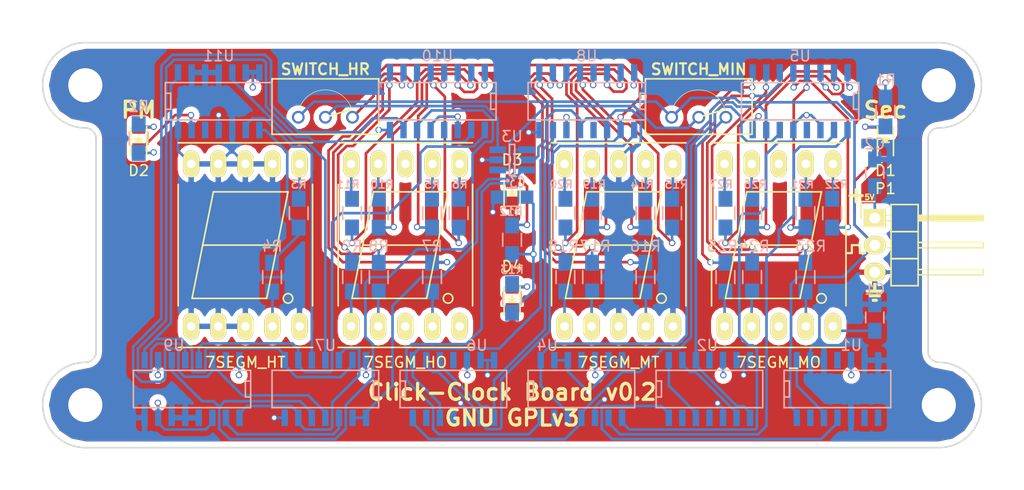
<source format=kicad_pcb>
(kicad_pcb (version 4) (host pcbnew 4.0.5)
  (title_block (date 2017-03-21) (rev 0.2))
  (layers (0 F.Cu signal) (1 In1.Cu signal) (2 In2.Cu signal) (31 B.Cu signal) (34 B.Paste user) (35 F.Paste user) (36 B.SilkS user) (37 F.SilkS user) (38 B.Mask user) (39 F.Mask user) (44 Edge.Cuts user))
  (net 0 "")
  (net 1 VCC)
  (net 2 GND)
  (net 3 "Net-(D1-Pad2)")
  (net 4 /osc)
  (net 5 "Net-(D2-Pad2)")
  (net 6 /pm)
  (net 7 "Net-(D3-Pad2)")
  (net 8 "Net-(D4-Pad2)")
  (net 9 /ht)
  (net 10 "Net-(R3-Pad2)")
  (net 11 /hr_one_a)
  (net 12 "Net-(R5-Pad2)")
  (net 13 /hr_one_b)
  (net 14 "Net-(R6-Pad2)")
  (net 15 /hr_one_c)
  (net 16 "Net-(R7-Pad2)")
  (net 17 /hr_one_d)
  (net 18 "Net-(R8-Pad2)")
  (net 19 /hr_one_e)
  (net 20 "Net-(R9-Pad2)")
  (net 21 /hr_one_f)
  (net 22 "Net-(R10-Pad2)")
  (net 23 /hr_one_g)
  (net 24 "Net-(R11-Pad2)")
  (net 25 /min_ten_a)
  (net 26 "Net-(R14-Pad2)")
  (net 27 /min_ten_b)
  (net 28 "Net-(R15-Pad2)")
  (net 29 /min_ten_c)
  (net 30 "Net-(R16-Pad2)")
  (net 31 /min_ten_d)
  (net 32 "Net-(R17-Pad2)")
  (net 33 /min_ten_e)
  (net 34 "Net-(R18-Pad2)")
  (net 35 /min_ten_f)
  (net 36 "Net-(R19-Pad2)")
  (net 37 /min_ten_g)
  (net 38 "Net-(R20-Pad2)")
  (net 39 /min_one_a)
  (net 40 "Net-(R21-Pad2)")
  (net 41 /min_one_b)
  (net 42 "Net-(R22-Pad2)")
  (net 43 /min_one_c)
  (net 44 "Net-(R23-Pad2)")
  (net 45 /min_one_d)
  (net 46 "Net-(R24-Pad2)")
  (net 47 /min_one_e)
  (net 48 "Net-(R25-Pad2)")
  (net 49 /min_one_f)
  (net 50 "Net-(R26-Pad2)")
  (net 51 /min_one_g)
  (net 52 "Net-(R27-Pad2)")
  (net 53 "Net-(SW1-Pad2)")
  (net 54 "Net-(SW1-Pad3)")
  (net 55 "Net-(SW2-Pad2)")
  (net 56 /mti2)
  (net 57 "Net-(U1-Pad1)")
  (net 58 "Net-(U1-Pad8)")
  (net 59 "Net-(U1-Pad9)")
  (net 60 "Net-(U1-Pad11)")
  (net 61 "Net-(U2-Pad1)")
  (net 62 "Net-(U2-Pad2)")
  (net 63 "Net-(U2-Pad11)")
  (net 64 "Net-(U3-Pad4)")
  (net 65 "Net-(U3-Pad6)")
  (net 66 /moi0)
  (net 67 /moi2)
  (net 68 /moi1)
  (net 69 /moi3)
  (net 70 "Net-(U5-Pad4)")
  (net 71 /mti0)
  (net 72 /mti1)
  (net 73 "Net-(U6-Pad11)")
  (net 74 /hoi0)
  (net 75 /hoi3)
  (net 76 "Net-(U11-Pad1)")
  (net 77 /hoi1)
  (net 78 "Net-(U11-Pad5)")
  (net 79 "Net-(U11-Pad9)")
  (net 80 /hoi2)
  (net 81 "Net-(U9-Pad15)")
  (net 82 "Net-(U10-Pad4)")
  (net 83 "Net-(U11-Pad12)")
  (net 84 "Net-(U7-Pad3)")
  (net 85 "Net-(U7-Pad12)")
  (net 86 "Net-(U8-Pad4)")
  (net 87 "Net-(R4-Pad2)")
  (module Resistors_SMD:R_0805_HandSoldering (layer B.Cu) (at 142.5 99 270)
    (fp_text reference R8 (at -2.9 0 360) (layer B.SilkS) (effects (justify mirror)))
    (fp_text value 150Ω hide)
    (pad 1 smd rect (at -1.35 0 270) (size 1.5 1.3) (layers B.Cu B.Paste B.Mask) (net 17 /hr_one_d))
    (pad 2 smd rect (at 1.35 0 270) (size 1.5 1.3) (layers B.Cu B.Paste B.Mask) (net 18 "Net-(R8-Pad2)"))
  )
  (module Resistors_SMD:R_0805_HandSoldering (layer B.Cu) (at 142.5 93 90)
    (fp_text reference R10 (at 2.7 0.3 180) (layer B.SilkS) (effects (font (size 0.75 0.75)) (justify mirror)))
    (fp_text value 150Ω hide)
    (pad 1 smd rect (at -1.35 0 90) (size 1.5 1.3) (layers B.Cu B.Paste B.Mask) (net 21 /hr_one_f))
    (pad 2 smd rect (at 1.35 0 90) (size 1.5 1.3) (layers B.Cu B.Paste B.Mask) (net 22 "Net-(R10-Pad2)"))
  )
  (module Mounting_Holes:MountingHole_3.2mm_M3 (layer F.Cu) (at 195 111)
    (fp_text reference REF** hide)
    (fp_text value MountingHole_3.2mm_M3 hide)
    (pad "" thru_hole circle (at 0 0) (size 6.2 6.2) (drill 3.2) (layers *.Cu *.Mask) (net 2 GND))
  )
  (module Mounting_Holes:MountingHole_3.2mm_M3 (layer F.Cu) (at 115 111)
    (fp_text reference REF** hide)
    (fp_text value MountingHole_3.2mm_M3 hide)
    (pad "" thru_hole circle (at 0 0) (size 6.2 6.2) (drill 3.2) (layers *.Cu *.Mask) (net 2 GND))
  )
  (module Mounting_Holes:MountingHole_3.2mm_M3 (layer F.Cu) (at 115 81)
    (fp_text reference REF** hide)
    (fp_text value MountingHole_3.2mm_M3 hide)
    (pad "" thru_hole circle (at 0 0) (size 6.2 6.2) (drill 3.2) (layers *.Cu *.Mask) (net 2 GND))
  )
  (module clock:SOIC-14 (layer B.Cu) (at 185.5 109.5)
    (fp_text reference U1 (at 1.3 -4.1) (layer B.SilkS) (effects (justify mirror)))
    (fp_text value 74LS90)
    (pad 1 smd rect (at -3.81 -2.7) (size 0.6 1.55) (layers B.Cu B.Paste B.Mask) (net 57 "Net-(U1-Pad1)"))
    (pad 2 smd rect (at -2.54 -2.7) (size 0.6 1.55) (layers B.Cu B.Paste B.Mask) (net 2 GND))
    (pad 3 smd rect (at -1.27 -2.7) (size 0.6 1.55) (layers B.Cu B.Paste B.Mask) (net 2 GND))
    (pad 4 smd rect (at 0 -2.7) (size 0.6 1.55) (layers B.Cu B.Paste B.Mask))
    (pad 5 smd rect (at 1.27 -2.7) (size 0.6 1.55) (layers B.Cu B.Paste B.Mask) (net 1 VCC))
    (pad 6 smd rect (at 2.54 -2.7) (size 0.6 1.55) (layers B.Cu B.Paste B.Mask) (net 2 GND))
    (pad 7 smd rect (at 3.81 -2.7) (size 0.6 1.55) (layers B.Cu B.Paste B.Mask) (net 2 GND))
    (pad 8 smd rect (at 3.81 2.7) (size 0.6 1.55) (layers B.Cu B.Paste B.Mask) (net 58 "Net-(U1-Pad8)"))
    (pad 9 smd rect (at 2.54 2.7) (size 0.6 1.55) (layers B.Cu B.Paste B.Mask) (net 59 "Net-(U1-Pad9)"))
    (pad 11 smd rect (at 0 2.7) (size 0.6 1.55) (layers B.Cu B.Paste B.Mask) (net 60 "Net-(U1-Pad11)"))
    (pad 12 smd rect (at -1.27 2.7) (size 0.6 1.55) (layers B.Cu B.Paste B.Mask) (net 57 "Net-(U1-Pad1)"))
    (pad 13 smd rect (at -2.54 2.7) (size 0.6 1.55) (layers B.Cu B.Paste B.Mask))
    (pad 14 smd rect (at -3.81 2.7) (size 0.6 1.55) (layers B.Cu B.Paste B.Mask) (net 4 /osc))
    (pad 10 smd rect (at 1.27 2.7) (size 0.6 1.55) (layers B.Cu B.Paste B.Mask) (net 2 GND))
  )
  (module clock:SOIC-14 (layer B.Cu) (at 127.5 82.5)
    (fp_text reference U11 (at 0 -4.25) (layer B.SilkS) (effects (justify mirror)))
    (fp_text value 74LS73)
    (pad 1 smd rect (at -3.81 -2.7) (size 0.6 1.55) (layers B.Cu B.Paste B.Mask) (net 76 "Net-(U11-Pad1)"))
    (pad 2 smd rect (at -2.54 -2.7) (size 0.6 1.55) (layers B.Cu B.Paste B.Mask) (net 1 VCC))
    (pad 3 smd rect (at -1.27 -2.7) (size 0.6 1.55) (layers B.Cu B.Paste B.Mask) (net 1 VCC))
    (pad 4 smd rect (at 0 -2.7) (size 0.6 1.55) (layers B.Cu B.Paste B.Mask) (net 1 VCC))
    (pad 5 smd rect (at 1.27 -2.7) (size 0.6 1.55) (layers B.Cu B.Paste B.Mask) (net 78 "Net-(U11-Pad5)"))
    (pad 6 smd rect (at 2.54 -2.7) (size 0.6 1.55) (layers B.Cu B.Paste B.Mask) (net 1 VCC))
    (pad 7 smd rect (at 3.81 -2.7) (size 0.6 1.55) (layers B.Cu B.Paste B.Mask) (net 1 VCC))
    (pad 8 smd rect (at 3.81 2.7) (size 0.6 1.55) (layers B.Cu B.Paste B.Mask) (net 9 /ht))
    (pad 9 smd rect (at 2.54 2.7) (size 0.6 1.55) (layers B.Cu B.Paste B.Mask) (net 79 "Net-(U11-Pad9)"))
    (pad 11 smd rect (at 0 2.7) (size 0.6 1.55) (layers B.Cu B.Paste B.Mask) (net 2 GND))
    (pad 12 smd rect (at -1.27 2.7) (size 0.6 1.55) (layers B.Cu B.Paste B.Mask) (net 83 "Net-(U11-Pad12)"))
    (pad 13 smd rect (at -2.54 2.7) (size 0.6 1.55) (layers B.Cu B.Paste B.Mask) (net 6 /pm))
    (pad 14 smd rect (at -3.81 2.7) (size 0.6 1.55) (layers B.Cu B.Paste B.Mask) (net 1 VCC))
    (pad 10 smd rect (at 1.27 2.7) (size 0.6 1.55) (layers B.Cu B.Paste B.Mask) (net 1 VCC))
  )
  (module clock:SOIC-16 (layer B.Cu) (at 162 82.5 180)
    (fp_text reference U8 (at 0 4.25 180) (layer B.SilkS) (effects (justify mirror)))
    (fp_text value 74LS247)
    (pad 1 smd rect (at -4.445 -2.7 180) (size 0.6 1.55) (layers B.Cu B.Paste B.Mask) (net 72 /mti1))
    (pad 2 smd rect (at -3.175 -2.7 180) (size 0.6 1.55) (layers B.Cu B.Paste B.Mask) (net 56 /mti2))
    (pad 3 smd rect (at -1.905 -2.7 180) (size 0.6 1.55) (layers B.Cu B.Paste B.Mask) (net 1 VCC))
    (pad 4 smd rect (at -0.635 -2.7 180) (size 0.6 1.55) (layers B.Cu B.Paste B.Mask) (net 86 "Net-(U8-Pad4)"))
    (pad 5 smd rect (at 0.635 -2.7 180) (size 0.6 1.55) (layers B.Cu B.Paste B.Mask) (net 1 VCC))
    (pad 6 smd rect (at 1.905 -2.7 180) (size 0.6 1.55) (layers B.Cu B.Paste B.Mask) (net 2 GND))
    (pad 7 smd rect (at 3.175 -2.7 180) (size 0.6 1.55) (layers B.Cu B.Paste B.Mask) (net 71 /mti0))
    (pad 8 smd rect (at 4.445 -2.7 180) (size 0.6 1.55) (layers B.Cu B.Paste B.Mask) (net 2 GND))
    (pad 9 smd rect (at 4.445 2.7 180) (size 0.6 1.55) (layers B.Cu B.Paste B.Mask) (net 33 /min_ten_e))
    (pad 11 smd rect (at 1.905 2.7 180) (size 0.6 1.55) (layers B.Cu B.Paste B.Mask) (net 29 /min_ten_c))
    (pad 12 smd rect (at 0.635 2.7 180) (size 0.6 1.55) (layers B.Cu B.Paste B.Mask) (net 27 /min_ten_b))
    (pad 13 smd rect (at -0.635 2.7 180) (size 0.6 1.55) (layers B.Cu B.Paste B.Mask) (net 25 /min_ten_a))
    (pad 14 smd rect (at -1.905 2.7 180) (size 0.6 1.55) (layers B.Cu B.Paste B.Mask) (net 37 /min_ten_g))
    (pad 10 smd rect (at 3.175 2.7 180) (size 0.6 1.55) (layers B.Cu B.Paste B.Mask) (net 31 /min_ten_d))
    (pad 15 smd rect (at -3.175 2.7 180) (size 0.6 1.55) (layers B.Cu B.Paste B.Mask) (net 35 /min_ten_f))
    (pad 16 smd rect (at -4.445 2.7 180) (size 0.6 1.55) (layers B.Cu B.Paste B.Mask) (net 1 VCC))
  )
  (module Capacitors_SMD:C_0805_HandSoldering (layer B.Cu) (at 155 91.5 180)
    (fp_text reference C3 (at -0.5 1.4 180) (layer B.SilkS) (effects (font (size 1 0.75)) (justify mirror)))
    (fp_text value 100nF)
    (pad 1 smd rect (at -1.25 0 180) (size 1.5 1.25) (layers B.Cu B.Paste B.Mask) (net 1 VCC))
    (pad 2 smd rect (at 1.25 0 180) (size 1.5 1.25) (layers B.Cu B.Paste B.Mask) (net 2 GND))
  )
  (module LEDs:LED_0805 (layer F.Cu) (at 190 86 90)
    (fp_text reference D1 (at -3 0 180) (layer F.SilkS))
    (fp_text value LED hide)
    (pad 2 smd rect (at 1.04902 0 270) (size 1.19888 1.19888) (layers F.Cu F.Paste F.Mask) (net 3 "Net-(D1-Pad2)"))
    (pad 1 smd rect (at -1.04902 0 270) (size 1.19888 1.19888) (layers F.Cu F.Paste F.Mask) (net 4 /osc))
  )
  (module LEDs:LED_0805 (layer F.Cu) (at 120 86 90)
    (fp_text reference D2 (at -3 0 180) (layer F.SilkS))
    (fp_text value LED hide)
    (pad 2 smd rect (at 1.04902 0 270) (size 1.19888 1.19888) (layers F.Cu F.Paste F.Mask) (net 5 "Net-(D2-Pad2)"))
    (pad 1 smd rect (at -1.04902 0 270) (size 1.19888 1.19888) (layers F.Cu F.Paste F.Mask) (net 6 /pm))
  )
  (module LEDs:LED_0805 (layer F.Cu) (at 155 91 90)
    (fp_text reference D3 (at 3 0 180) (layer F.SilkS))
    (fp_text value LED hide)
    (pad 2 smd rect (at 1.04902 0 270) (size 1.19888 1.19888) (layers F.Cu F.Paste F.Mask) (net 7 "Net-(D3-Pad2)"))
    (pad 1 smd rect (at -1.04902 0 270) (size 1.19888 1.19888) (layers F.Cu F.Paste F.Mask) (net 2 GND))
  )
  (module LEDs:LED_0805 (layer F.Cu) (at 155 101 90)
    (fp_text reference D4 (at 3 0 180) (layer F.SilkS))
    (fp_text value LED hide)
    (pad 2 smd rect (at 1.04902 0 270) (size 1.19888 1.19888) (layers F.Cu F.Paste F.Mask) (net 8 "Net-(D4-Pad2)"))
    (pad 1 smd rect (at -1.04902 0 270) (size 1.19888 1.19888) (layers F.Cu F.Paste F.Mask) (net 2 GND))
  )
  (module Pin_Headers:Pin_Header_Angled_1x03 (layer F.Cu) (at 189 93.46)
    (fp_text reference P1 (at 1 -2.76) (layer F.SilkS))
    (fp_text value CONN_01X03 hide)
    (pad 1 thru_hole rect (at 0 0) (size 2.032 1.7272) (drill 1.016) (layers *.Cu *.Mask F.SilkS) (net 1 VCC))
    (pad 2 thru_hole oval (at 0 2.54) (size 2.032 1.7272) (drill 1.016) (layers *.Cu *.Mask F.SilkS) (net 4 /osc))
    (pad 3 thru_hole oval (at 0 5.08) (size 2.032 1.7272) (drill 1.016) (layers *.Cu *.Mask F.SilkS) (net 2 GND))
  )
  (module Resistors_SMD:R_0805_HandSoldering (layer B.Cu) (at 190 83.5 90)
    (fp_text reference R1 (at 3 0 180) (layer B.SilkS) (effects (justify mirror)))
    (fp_text value 150Ω hide)
    (pad 1 smd rect (at -1.35 0 90) (size 1.5 1.3) (layers B.Cu B.Paste B.Mask) (net 3 "Net-(D1-Pad2)"))
    (pad 2 smd rect (at 1.35 0 90) (size 1.5 1.3) (layers B.Cu B.Paste B.Mask) (net 1 VCC))
  )
  (module Resistors_SMD:R_0805_HandSoldering (layer B.Cu) (at 120 86 270)
    (fp_text reference R2 (at -3 0 360) (layer B.SilkS) (effects (justify mirror)))
    (fp_text value 150Ω hide)
    (pad 1 smd rect (at -1.35 0 270) (size 1.5 1.3) (layers B.Cu B.Paste B.Mask) (net 5 "Net-(D2-Pad2)"))
    (pad 2 smd rect (at 1.35 0 270) (size 1.5 1.3) (layers B.Cu B.Paste B.Mask) (net 1 VCC))
  )
  (module Resistors_SMD:R_0805_HandSoldering (layer B.Cu) (at 135 93 90)
    (fp_text reference R3 (at 2.7 0 180) (layer B.SilkS) (effects (font (size 0.75 0.75)) (justify mirror)))
    (fp_text value 150Ω hide)
    (pad 1 smd rect (at -1.35 0 90) (size 1.5 1.3) (layers B.Cu B.Paste B.Mask) (net 9 /ht))
    (pad 2 smd rect (at 1.35 0 90) (size 1.5 1.3) (layers B.Cu B.Paste B.Mask) (net 10 "Net-(R3-Pad2)"))
  )
  (module Resistors_SMD:R_0805_HandSoldering (layer B.Cu) (at 132.5 99 270)
    (fp_text reference R4 (at -2.9 0 360) (layer B.SilkS) (effects (justify mirror)))
    (fp_text value 150Ω hide)
    (pad 1 smd rect (at -1.35 0 270) (size 1.5 1.3) (layers B.Cu B.Paste B.Mask) (net 9 /ht))
    (pad 2 smd rect (at 1.35 0 270) (size 1.5 1.3) (layers B.Cu B.Paste B.Mask) (net 87 "Net-(R4-Pad2)"))
  )
  (module Resistors_SMD:R_0805_HandSoldering (layer B.Cu) (at 147.5 93 90)
    (fp_text reference R5 (at 2.7 0 180) (layer B.SilkS) (effects (font (size 0.75 0.75)) (justify mirror)))
    (fp_text value 150Ω hide)
    (pad 1 smd rect (at -1.35 0 90) (size 1.5 1.3) (layers B.Cu B.Paste B.Mask) (net 11 /hr_one_a))
    (pad 2 smd rect (at 1.35 0 90) (size 1.5 1.3) (layers B.Cu B.Paste B.Mask) (net 12 "Net-(R5-Pad2)"))
  )
  (module Resistors_SMD:R_0805_HandSoldering (layer B.Cu) (at 150 93 90)
    (fp_text reference R6 (at 2.7 0.1 180) (layer B.SilkS) (effects (font (size 0.75 0.75)) (justify mirror)))
    (fp_text value 150Ω hide)
    (pad 1 smd rect (at -1.35 0 90) (size 1.5 1.3) (layers B.Cu B.Paste B.Mask) (net 13 /hr_one_b))
    (pad 2 smd rect (at 1.35 0 90) (size 1.5 1.3) (layers B.Cu B.Paste B.Mask) (net 14 "Net-(R6-Pad2)"))
  )
  (module Resistors_SMD:R_0805_HandSoldering (layer B.Cu) (at 147.5 99 270)
    (fp_text reference R7 (at -2.9 0 360) (layer B.SilkS) (effects (justify mirror)))
    (fp_text value 150Ω hide)
    (pad 1 smd rect (at -1.35 0 270) (size 1.5 1.3) (layers B.Cu B.Paste B.Mask) (net 15 /hr_one_c))
    (pad 2 smd rect (at 1.35 0 270) (size 1.5 1.3) (layers B.Cu B.Paste B.Mask) (net 16 "Net-(R7-Pad2)"))
  )
  (module Resistors_SMD:R_0805_HandSoldering (layer B.Cu) (at 140 99 270)
    (fp_text reference R9 (at -2.9 0 360) (layer B.SilkS) (effects (justify mirror)))
    (fp_text value 150Ω hide)
    (pad 1 smd rect (at -1.35 0 270) (size 1.5 1.3) (layers B.Cu B.Paste B.Mask) (net 19 /hr_one_e))
    (pad 2 smd rect (at 1.35 0 270) (size 1.5 1.3) (layers B.Cu B.Paste B.Mask) (net 20 "Net-(R9-Pad2)"))
  )
  (module Resistors_SMD:R_0805_HandSoldering (layer B.Cu) (at 140 93 90)
    (fp_text reference R11 (at 2.7 -0.4 180) (layer B.SilkS) (effects (font (size 0.75 0.75)) (justify mirror)))
    (fp_text value 150Ω hide)
    (pad 1 smd rect (at -1.35 0 90) (size 1.5 1.3) (layers B.Cu B.Paste B.Mask) (net 23 /hr_one_g))
    (pad 2 smd rect (at 1.35 0 90) (size 1.5 1.3) (layers B.Cu B.Paste B.Mask) (net 24 "Net-(R11-Pad2)"))
  )
  (module Resistors_SMD:R_0805_HandSoldering (layer B.Cu) (at 155 95.5 270)
    (fp_text reference R12 (at -2.65 0.1 360) (layer B.SilkS) (effects (font (size 0.75 0.75)) (justify mirror)))
    (fp_text value 150Ω hide)
    (pad 1 smd rect (at -1.35 0 270) (size 1.5 1.3) (layers B.Cu B.Paste B.Mask) (net 7 "Net-(D3-Pad2)"))
    (pad 2 smd rect (at 1.35 0 270) (size 1.5 1.3) (layers B.Cu B.Paste B.Mask) (net 1 VCC))
  )
  (module Resistors_SMD:R_0805_HandSoldering (layer B.Cu) (at 155 101 270)
    (fp_text reference R13 (at -2.7 0 360) (layer B.SilkS) (effects (font (size 0.75 0.75)) (justify mirror)))
    (fp_text value 150Ω hide)
    (pad 1 smd rect (at -1.35 0 270) (size 1.5 1.3) (layers B.Cu B.Paste B.Mask) (net 8 "Net-(D4-Pad2)"))
    (pad 2 smd rect (at 1.35 0 270) (size 1.5 1.3) (layers B.Cu B.Paste B.Mask) (net 1 VCC))
  )
  (module Resistors_SMD:R_0805_HandSoldering (layer B.Cu) (at 167.5 93 90)
    (fp_text reference R14 (at 2.7 -0.3 180) (layer B.SilkS) (effects (font (size 0.75 0.75)) (justify mirror)))
    (fp_text value 150Ω hide)
    (pad 1 smd rect (at -1.35 0 90) (size 1.5 1.3) (layers B.Cu B.Paste B.Mask) (net 25 /min_ten_a))
    (pad 2 smd rect (at 1.35 0 90) (size 1.5 1.3) (layers B.Cu B.Paste B.Mask) (net 26 "Net-(R14-Pad2)"))
  )
  (module Resistors_SMD:R_0805_HandSoldering (layer B.Cu) (at 170 93 90)
    (fp_text reference R15 (at 2.7 0.4 180) (layer B.SilkS) (effects (font (size 0.75 0.75)) (justify mirror)))
    (fp_text value 150Ω hide)
    (pad 1 smd rect (at -1.35 0 90) (size 1.5 1.3) (layers B.Cu B.Paste B.Mask) (net 27 /min_ten_b))
    (pad 2 smd rect (at 1.35 0 90) (size 1.5 1.3) (layers B.Cu B.Paste B.Mask) (net 28 "Net-(R15-Pad2)"))
  )
  (module Resistors_SMD:R_0805_HandSoldering (layer B.Cu) (at 167.5 99 270)
    (fp_text reference R16 (at -2.9 0 360) (layer B.SilkS) (effects (justify mirror)))
    (fp_text value 150Ω hide)
    (pad 1 smd rect (at -1.35 0 270) (size 1.5 1.3) (layers B.Cu B.Paste B.Mask) (net 29 /min_ten_c))
    (pad 2 smd rect (at 1.35 0 270) (size 1.5 1.3) (layers B.Cu B.Paste B.Mask) (net 30 "Net-(R16-Pad2)"))
  )
  (module Resistors_SMD:R_0805_HandSoldering (layer B.Cu) (at 162.5 99 270)
    (fp_text reference R17 (at -2.9 -0.3 360) (layer B.SilkS) (effects (justify mirror)))
    (fp_text value 150Ω hide)
    (pad 1 smd rect (at -1.35 0 270) (size 1.5 1.3) (layers B.Cu B.Paste B.Mask) (net 31 /min_ten_d))
    (pad 2 smd rect (at 1.35 0 270) (size 1.5 1.3) (layers B.Cu B.Paste B.Mask) (net 32 "Net-(R17-Pad2)"))
  )
  (module Resistors_SMD:R_0805_HandSoldering (layer B.Cu) (at 160 99 270)
    (fp_text reference R18 (at -2.9 0.2 360) (layer B.SilkS) (effects (justify mirror)))
    (fp_text value 150Ω hide)
    (pad 1 smd rect (at -1.35 0 270) (size 1.5 1.3) (layers B.Cu B.Paste B.Mask) (net 33 /min_ten_e))
    (pad 2 smd rect (at 1.35 0 270) (size 1.5 1.3) (layers B.Cu B.Paste B.Mask) (net 34 "Net-(R18-Pad2)"))
  )
  (module Resistors_SMD:R_0805_HandSoldering (layer B.Cu) (at 162.5 93 90)
    (fp_text reference R19 (at 2.7 0.2 180) (layer B.SilkS) (effects (font (size 0.75 0.75)) (justify mirror)))
    (fp_text value 150Ω hide)
    (pad 1 smd rect (at -1.35 0 90) (size 1.5 1.3) (layers B.Cu B.Paste B.Mask) (net 35 /min_ten_f))
    (pad 2 smd rect (at 1.35 0 90) (size 1.5 1.3) (layers B.Cu B.Paste B.Mask) (net 36 "Net-(R19-Pad2)"))
  )
  (module Resistors_SMD:R_0805_HandSoldering (layer B.Cu) (at 160 93 90)
    (fp_text reference R20 (at 2.7 -0.4 180) (layer B.SilkS) (effects (font (size 0.75 0.75)) (justify mirror)))
    (fp_text value 150Ω hide)
    (pad 1 smd rect (at -1.35 0 90) (size 1.5 1.3) (layers B.Cu B.Paste B.Mask) (net 37 /min_ten_g))
    (pad 2 smd rect (at 1.35 0 90) (size 1.5 1.3) (layers B.Cu B.Paste B.Mask) (net 38 "Net-(R20-Pad2)"))
  )
  (module Resistors_SMD:R_0805_HandSoldering (layer B.Cu) (at 182.5 93 90)
    (fp_text reference R21 (at 2.7 -0.3 180) (layer B.SilkS) (effects (font (size 0.75 0.75)) (justify mirror)))
    (fp_text value 150Ω hide)
    (pad 1 smd rect (at -1.35 0 90) (size 1.5 1.3) (layers B.Cu B.Paste B.Mask) (net 39 /min_one_a))
    (pad 2 smd rect (at 1.35 0 90) (size 1.5 1.3) (layers B.Cu B.Paste B.Mask) (net 40 "Net-(R21-Pad2)"))
  )
  (module Resistors_SMD:R_0805_HandSoldering (layer B.Cu) (at 185 93 90)
    (fp_text reference R22 (at 2.7 0.4 180) (layer B.SilkS) (effects (font (size 0.75 0.75)) (justify mirror)))
    (fp_text value 150Ω hide)
    (pad 1 smd rect (at -1.35 0 90) (size 1.5 1.3) (layers B.Cu B.Paste B.Mask) (net 41 /min_one_b))
    (pad 2 smd rect (at 1.35 0 90) (size 1.5 1.3) (layers B.Cu B.Paste B.Mask) (net 42 "Net-(R22-Pad2)"))
  )
  (module Resistors_SMD:R_0805_HandSoldering (layer B.Cu) (at 182.5 99 270)
    (fp_text reference R23 (at -2.9 -0.5 360) (layer B.SilkS) (effects (justify mirror)))
    (fp_text value 150Ω hide)
    (pad 1 smd rect (at -1.35 0 270) (size 1.5 1.3) (layers B.Cu B.Paste B.Mask) (net 43 /min_one_c))
    (pad 2 smd rect (at 1.35 0 270) (size 1.5 1.3) (layers B.Cu B.Paste B.Mask) (net 44 "Net-(R23-Pad2)"))
  )
  (module Resistors_SMD:R_0805_HandSoldering (layer B.Cu) (at 177.5 99 270)
    (fp_text reference R24 (at -2.9 -0.2 360) (layer B.SilkS) (effects (justify mirror)))
    (fp_text value 150Ω hide)
    (pad 1 smd rect (at -1.35 0 270) (size 1.5 1.3) (layers B.Cu B.Paste B.Mask) (net 45 /min_one_d))
    (pad 2 smd rect (at 1.35 0 270) (size 1.5 1.3) (layers B.Cu B.Paste B.Mask) (net 46 "Net-(R24-Pad2)"))
  )
  (module Resistors_SMD:R_0805_HandSoldering (layer B.Cu) (at 175 99 270)
    (fp_text reference R25 (at -2.9 0.3 360) (layer B.SilkS) (effects (justify mirror)))
    (fp_text value 150Ω hide)
    (pad 1 smd rect (at -1.35 0 270) (size 1.5 1.3) (layers B.Cu B.Paste B.Mask) (net 47 /min_one_e))
    (pad 2 smd rect (at 1.35 0 270) (size 1.5 1.3) (layers B.Cu B.Paste B.Mask) (net 48 "Net-(R25-Pad2)"))
  )
  (module Resistors_SMD:R_0805_HandSoldering (layer B.Cu) (at 177.5 93 90)
    (fp_text reference R26 (at 2.7 0.3 180) (layer B.SilkS) (effects (font (size 0.75 0.75)) (justify mirror)))
    (fp_text value 150Ω hide)
    (pad 1 smd rect (at -1.35 0 90) (size 1.5 1.3) (layers B.Cu B.Paste B.Mask) (net 49 /min_one_f))
    (pad 2 smd rect (at 1.35 0 90) (size 1.5 1.3) (layers B.Cu B.Paste B.Mask) (net 50 "Net-(R26-Pad2)"))
  )
  (module Resistors_SMD:R_0805_HandSoldering (layer B.Cu) (at 175 93 90)
    (fp_text reference R27 (at 2.7 -0.4 180) (layer B.SilkS) (effects (font (size 0.75 0.75)) (justify mirror)))
    (fp_text value 150Ω hide)
    (pad 1 smd rect (at -1.35 0 90) (size 1.5 1.3) (layers B.Cu B.Paste B.Mask) (net 51 /min_one_g))
    (pad 2 smd rect (at 1.35 0 90) (size 1.5 1.3) (layers B.Cu B.Paste B.Mask) (net 52 "Net-(R27-Pad2)"))
  )
  (module Displays_7-Segment:7SegmentLED_LTS6760_LTS6780 (layer F.Cu) (at 130 96)
    (fp_text reference S1 hide)
    (fp_text value 7SEGM_HT (at 0 11) (layer F.SilkS))
    (pad 1 thru_hole oval (at -5.08 7.62) (size 1.524 2.524) (drill 0.8) (layers *.Cu *.Mask F.SilkS) (net 1 VCC))
    (pad 2 thru_hole oval (at -2.54 7.62) (size 1.524 2.524) (drill 0.8) (layers *.Cu *.Mask F.SilkS) (net 1 VCC))
    (pad 3 thru_hole oval (at 0 7.62) (size 1.524 2.524) (drill 0.8) (layers *.Cu *.Mask F.SilkS) (net 1 VCC))
    (pad 4 thru_hole oval (at 2.54 7.62) (size 1.524 2.524) (drill 0.8) (layers *.Cu *.Mask F.SilkS) (net 87 "Net-(R4-Pad2)"))
    (pad 5 thru_hole oval (at 5.08 7.62) (size 1.524 2.524) (drill 0.8) (layers *.Cu *.Mask F.SilkS) (net 1 VCC))
    (pad 6 thru_hole oval (at 5.08 -7.62) (size 1.524 2.524) (drill 0.8) (layers *.Cu *.Mask F.SilkS) (net 10 "Net-(R3-Pad2)"))
    (pad 7 thru_hole oval (at 2.54 -7.62) (size 1.524 2.524) (drill 0.8) (layers *.Cu *.Mask F.SilkS) (net 1 VCC))
    (pad 8 thru_hole oval (at 0 -7.62) (size 1.524 2.524) (drill 0.8) (layers *.Cu *.Mask F.SilkS) (net 1 VCC))
    (pad 9 thru_hole oval (at -2.54 -7.62) (size 1.524 2.524) (drill 0.8) (layers *.Cu *.Mask F.SilkS) (net 1 VCC))
    (pad 10 thru_hole oval (at -5.08 -7.62) (size 1.524 2.524) (drill 0.8) (layers *.Cu *.Mask F.SilkS) (net 1 VCC))
  )
  (module Displays_7-Segment:7SegmentLED_LTS6760_LTS6780 (layer F.Cu) (at 145 96)
    (fp_text reference S2 hide)
    (fp_text value 7SEGM_HO (at 0 11) (layer F.SilkS))
    (pad 1 thru_hole oval (at -5.08 7.62) (size 1.524 2.524) (drill 0.8) (layers *.Cu *.Mask F.SilkS) (net 20 "Net-(R9-Pad2)"))
    (pad 2 thru_hole oval (at -2.54 7.62) (size 1.524 2.524) (drill 0.8) (layers *.Cu *.Mask F.SilkS) (net 18 "Net-(R8-Pad2)"))
    (pad 3 thru_hole oval (at 0 7.62) (size 1.524 2.524) (drill 0.8) (layers *.Cu *.Mask F.SilkS) (net 1 VCC))
    (pad 4 thru_hole oval (at 2.54 7.62) (size 1.524 2.524) (drill 0.8) (layers *.Cu *.Mask F.SilkS) (net 16 "Net-(R7-Pad2)"))
    (pad 5 thru_hole oval (at 5.08 7.62) (size 1.524 2.524) (drill 0.8) (layers *.Cu *.Mask F.SilkS) (net 1 VCC))
    (pad 6 thru_hole oval (at 5.08 -7.62) (size 1.524 2.524) (drill 0.8) (layers *.Cu *.Mask F.SilkS) (net 14 "Net-(R6-Pad2)"))
    (pad 7 thru_hole oval (at 2.54 -7.62) (size 1.524 2.524) (drill 0.8) (layers *.Cu *.Mask F.SilkS) (net 12 "Net-(R5-Pad2)"))
    (pad 8 thru_hole oval (at 0 -7.62) (size 1.524 2.524) (drill 0.8) (layers *.Cu *.Mask F.SilkS) (net 1 VCC))
    (pad 9 thru_hole oval (at -2.54 -7.62) (size 1.524 2.524) (drill 0.8) (layers *.Cu *.Mask F.SilkS) (net 22 "Net-(R10-Pad2)"))
    (pad 10 thru_hole oval (at -5.08 -7.62) (size 1.524 2.524) (drill 0.8) (layers *.Cu *.Mask F.SilkS) (net 24 "Net-(R11-Pad2)"))
  )
  (module Displays_7-Segment:7SegmentLED_LTS6760_LTS6780 (layer F.Cu) (at 165 96)
    (fp_text reference S3 hide)
    (fp_text value 7SEGM_MT (at 0 11) (layer F.SilkS))
    (pad 1 thru_hole oval (at -5.08 7.62) (size 1.524 2.524) (drill 0.8) (layers *.Cu *.Mask F.SilkS) (net 34 "Net-(R18-Pad2)"))
    (pad 2 thru_hole oval (at -2.54 7.62) (size 1.524 2.524) (drill 0.8) (layers *.Cu *.Mask F.SilkS) (net 32 "Net-(R17-Pad2)"))
    (pad 3 thru_hole oval (at 0 7.62) (size 1.524 2.524) (drill 0.8) (layers *.Cu *.Mask F.SilkS) (net 1 VCC))
    (pad 4 thru_hole oval (at 2.54 7.62) (size 1.524 2.524) (drill 0.8) (layers *.Cu *.Mask F.SilkS) (net 30 "Net-(R16-Pad2)"))
    (pad 5 thru_hole oval (at 5.08 7.62) (size 1.524 2.524) (drill 0.8) (layers *.Cu *.Mask F.SilkS) (net 1 VCC))
    (pad 6 thru_hole oval (at 5.08 -7.62) (size 1.524 2.524) (drill 0.8) (layers *.Cu *.Mask F.SilkS) (net 28 "Net-(R15-Pad2)"))
    (pad 7 thru_hole oval (at 2.54 -7.62) (size 1.524 2.524) (drill 0.8) (layers *.Cu *.Mask F.SilkS) (net 26 "Net-(R14-Pad2)"))
    (pad 8 thru_hole oval (at 0 -7.62) (size 1.524 2.524) (drill 0.8) (layers *.Cu *.Mask F.SilkS) (net 1 VCC))
    (pad 9 thru_hole oval (at -2.54 -7.62) (size 1.524 2.524) (drill 0.8) (layers *.Cu *.Mask F.SilkS) (net 36 "Net-(R19-Pad2)"))
    (pad 10 thru_hole oval (at -5.08 -7.62) (size 1.524 2.524) (drill 0.8) (layers *.Cu *.Mask F.SilkS) (net 38 "Net-(R20-Pad2)"))
  )
  (module Displays_7-Segment:7SegmentLED_LTS6760_LTS6780 (layer F.Cu) (at 180 96)
    (fp_text reference S4 hide)
    (fp_text value 7SEGM_MO (at 0 11) (layer F.SilkS))
    (pad 1 thru_hole oval (at -5.08 7.62) (size 1.524 2.524) (drill 0.8) (layers *.Cu *.Mask F.SilkS) (net 48 "Net-(R25-Pad2)"))
    (pad 2 thru_hole oval (at -2.54 7.62) (size 1.524 2.524) (drill 0.8) (layers *.Cu *.Mask F.SilkS) (net 46 "Net-(R24-Pad2)"))
    (pad 3 thru_hole oval (at 0 7.62) (size 1.524 2.524) (drill 0.8) (layers *.Cu *.Mask F.SilkS) (net 1 VCC))
    (pad 4 thru_hole oval (at 2.54 7.62) (size 1.524 2.524) (drill 0.8) (layers *.Cu *.Mask F.SilkS) (net 44 "Net-(R23-Pad2)"))
    (pad 5 thru_hole oval (at 5.08 7.62) (size 1.524 2.524) (drill 0.8) (layers *.Cu *.Mask F.SilkS) (net 1 VCC))
    (pad 6 thru_hole oval (at 5.08 -7.62) (size 1.524 2.524) (drill 0.8) (layers *.Cu *.Mask F.SilkS) (net 42 "Net-(R22-Pad2)"))
    (pad 7 thru_hole oval (at 2.54 -7.62) (size 1.524 2.524) (drill 0.8) (layers *.Cu *.Mask F.SilkS) (net 40 "Net-(R21-Pad2)"))
    (pad 8 thru_hole oval (at 0 -7.62) (size 1.524 2.524) (drill 0.8) (layers *.Cu *.Mask F.SilkS) (net 1 VCC))
    (pad 9 thru_hole oval (at -2.54 -7.62) (size 1.524 2.524) (drill 0.8) (layers *.Cu *.Mask F.SilkS) (net 50 "Net-(R26-Pad2)"))
    (pad 10 thru_hole oval (at -5.08 -7.62) (size 1.524 2.524) (drill 0.8) (layers *.Cu *.Mask F.SilkS) (net 52 "Net-(R27-Pad2)"))
  )
  (module clock:SOIC-14 (layer B.Cu) (at 173.5 109.5)
    (fp_text reference U2 (at -0.2 -4.1) (layer B.SilkS) (effects (justify mirror)))
    (fp_text value 74LS90)
    (pad 1 smd rect (at -3.81 -2.7) (size 0.6 1.55) (layers B.Cu B.Paste B.Mask) (net 61 "Net-(U2-Pad1)"))
    (pad 2 smd rect (at -2.54 -2.7) (size 0.6 1.55) (layers B.Cu B.Paste B.Mask) (net 62 "Net-(U2-Pad2)"))
    (pad 3 smd rect (at -1.27 -2.7) (size 0.6 1.55) (layers B.Cu B.Paste B.Mask) (net 54 "Net-(SW1-Pad3)"))
    (pad 4 smd rect (at 0 -2.7) (size 0.6 1.55) (layers B.Cu B.Paste B.Mask))
    (pad 5 smd rect (at 1.27 -2.7) (size 0.6 1.55) (layers B.Cu B.Paste B.Mask) (net 1 VCC))
    (pad 6 smd rect (at 2.54 -2.7) (size 0.6 1.55) (layers B.Cu B.Paste B.Mask) (net 2 GND))
    (pad 7 smd rect (at 3.81 -2.7) (size 0.6 1.55) (layers B.Cu B.Paste B.Mask) (net 2 GND))
    (pad 8 smd rect (at 3.81 2.7) (size 0.6 1.55) (layers B.Cu B.Paste B.Mask) (net 54 "Net-(SW1-Pad3)"))
    (pad 9 smd rect (at 2.54 2.7) (size 0.6 1.55) (layers B.Cu B.Paste B.Mask) (net 62 "Net-(U2-Pad2)"))
    (pad 11 smd rect (at 0 2.7) (size 0.6 1.55) (layers B.Cu B.Paste B.Mask) (net 63 "Net-(U2-Pad11)"))
    (pad 12 smd rect (at -1.27 2.7) (size 0.6 1.55) (layers B.Cu B.Paste B.Mask) (net 61 "Net-(U2-Pad1)"))
    (pad 13 smd rect (at -2.54 2.7) (size 0.6 1.55) (layers B.Cu B.Paste B.Mask))
    (pad 14 smd rect (at -3.81 2.7) (size 0.6 1.55) (layers B.Cu B.Paste B.Mask) (net 60 "Net-(U1-Pad11)"))
    (pad 10 smd rect (at 1.27 2.7) (size 0.6 1.55) (layers B.Cu B.Paste B.Mask) (net 2 GND))
  )
  (module TO_SOT_Packages_SMD:SOT-23-6_Handsoldering (layer B.Cu) (at 155 88)
    (fp_text reference U3 (at 0 -2.2) (layer B.SilkS) (effects (justify mirror)))
    (fp_text value MAX6817)
    (pad 1 smd rect (at -1.35 0.95) (size 1.56 0.65) (layers B.Cu B.Paste B.Mask) (net 53 "Net-(SW1-Pad2)"))
    (pad 2 smd rect (at -1.35 0) (size 1.56 0.65) (layers B.Cu B.Paste B.Mask) (net 2 GND))
    (pad 3 smd rect (at -1.35 -0.95) (size 1.56 0.65) (layers B.Cu B.Paste B.Mask) (net 55 "Net-(SW2-Pad2)"))
    (pad 4 smd rect (at 1.35 -0.95) (size 1.56 0.65) (layers B.Cu B.Paste B.Mask) (net 64 "Net-(U3-Pad4)"))
    (pad 6 smd rect (at 1.35 0.95) (size 1.56 0.65) (layers B.Cu B.Paste B.Mask) (net 65 "Net-(U3-Pad6)"))
    (pad 5 smd rect (at 1.35 0) (size 1.56 0.65) (layers B.Cu B.Paste B.Mask) (net 1 VCC))
  )
  (module clock:SOIC-14 (layer B.Cu) (at 161.5 109.5)
    (fp_text reference U4 (at -3.2 -4.1) (layer B.SilkS) (effects (justify mirror)))
    (fp_text value 74LS90)
    (pad 1 smd rect (at -3.81 -2.7) (size 0.6 1.55) (layers B.Cu B.Paste B.Mask) (net 66 /moi0))
    (pad 2 smd rect (at -2.54 -2.7) (size 0.6 1.55) (layers B.Cu B.Paste B.Mask) (net 2 GND))
    (pad 3 smd rect (at -1.27 -2.7) (size 0.6 1.55) (layers B.Cu B.Paste B.Mask) (net 2 GND))
    (pad 4 smd rect (at 0 -2.7) (size 0.6 1.55) (layers B.Cu B.Paste B.Mask))
    (pad 5 smd rect (at 1.27 -2.7) (size 0.6 1.55) (layers B.Cu B.Paste B.Mask) (net 1 VCC))
    (pad 6 smd rect (at 2.54 -2.7) (size 0.6 1.55) (layers B.Cu B.Paste B.Mask) (net 2 GND))
    (pad 7 smd rect (at 3.81 -2.7) (size 0.6 1.55) (layers B.Cu B.Paste B.Mask) (net 2 GND))
    (pad 8 smd rect (at 3.81 2.7) (size 0.6 1.55) (layers B.Cu B.Paste B.Mask) (net 67 /moi2))
    (pad 9 smd rect (at 2.54 2.7) (size 0.6 1.55) (layers B.Cu B.Paste B.Mask) (net 68 /moi1))
    (pad 11 smd rect (at 0 2.7) (size 0.6 1.55) (layers B.Cu B.Paste B.Mask) (net 69 /moi3))
    (pad 12 smd rect (at -1.27 2.7) (size 0.6 1.55) (layers B.Cu B.Paste B.Mask) (net 66 /moi0))
    (pad 13 smd rect (at -2.54 2.7) (size 0.6 1.55) (layers B.Cu B.Paste B.Mask))
    (pad 14 smd rect (at -3.81 2.7) (size 0.6 1.55) (layers B.Cu B.Paste B.Mask) (net 65 "Net-(U3-Pad6)"))
    (pad 10 smd rect (at 1.27 2.7) (size 0.6 1.55) (layers B.Cu B.Paste B.Mask) (net 2 GND))
  )
  (module clock:SOIC-14 (layer B.Cu) (at 149.5 109.5)
    (fp_text reference U6 (at 2.2 -4.1) (layer B.SilkS) (effects (justify mirror)))
    (fp_text value 74LS90)
    (pad 1 smd rect (at -3.81 -2.7) (size 0.6 1.55) (layers B.Cu B.Paste B.Mask) (net 71 /mti0))
    (pad 2 smd rect (at -2.54 -2.7) (size 0.6 1.55) (layers B.Cu B.Paste B.Mask) (net 72 /mti1))
    (pad 3 smd rect (at -1.27 -2.7) (size 0.6 1.55) (layers B.Cu B.Paste B.Mask) (net 56 /mti2))
    (pad 4 smd rect (at 0 -2.7) (size 0.6 1.55) (layers B.Cu B.Paste B.Mask))
    (pad 5 smd rect (at 1.27 -2.7) (size 0.6 1.55) (layers B.Cu B.Paste B.Mask) (net 1 VCC))
    (pad 6 smd rect (at 2.54 -2.7) (size 0.6 1.55) (layers B.Cu B.Paste B.Mask) (net 2 GND))
    (pad 7 smd rect (at 3.81 -2.7) (size 0.6 1.55) (layers B.Cu B.Paste B.Mask) (net 2 GND))
    (pad 8 smd rect (at 3.81 2.7) (size 0.6 1.55) (layers B.Cu B.Paste B.Mask) (net 56 /mti2))
    (pad 9 smd rect (at 2.54 2.7) (size 0.6 1.55) (layers B.Cu B.Paste B.Mask) (net 72 /mti1))
    (pad 11 smd rect (at 0 2.7) (size 0.6 1.55) (layers B.Cu B.Paste B.Mask) (net 73 "Net-(U6-Pad11)"))
    (pad 12 smd rect (at -1.27 2.7) (size 0.6 1.55) (layers B.Cu B.Paste B.Mask) (net 71 /mti0))
    (pad 13 smd rect (at -2.54 2.7) (size 0.6 1.55) (layers B.Cu B.Paste B.Mask))
    (pad 14 smd rect (at -3.81 2.7) (size 0.6 1.55) (layers B.Cu B.Paste B.Mask) (net 69 /moi3))
    (pad 10 smd rect (at 1.27 2.7) (size 0.6 1.55) (layers B.Cu B.Paste B.Mask) (net 2 GND))
  )
  (module clock:SOIC-14 (layer B.Cu) (at 137.5 109.5 180)
    (fp_text reference U7 (at 0 4.1 180) (layer B.SilkS) (effects (justify mirror)))
    (fp_text value 74LS00)
    (pad 1 smd rect (at -3.81 -2.7 180) (size 0.6 1.55) (layers B.Cu B.Paste B.Mask) (net 64 "Net-(U3-Pad4)"))
    (pad 2 smd rect (at -2.54 -2.7 180) (size 0.6 1.55) (layers B.Cu B.Paste B.Mask) (net 64 "Net-(U3-Pad4)"))
    (pad 3 smd rect (at -1.27 -2.7 180) (size 0.6 1.55) (layers B.Cu B.Paste B.Mask) (net 84 "Net-(U7-Pad3)"))
    (pad 4 smd rect (at 0 -2.7 180) (size 0.6 1.55) (layers B.Cu B.Paste B.Mask) (net 74 /hoi0))
    (pad 5 smd rect (at 1.27 -2.7 180) (size 0.6 1.55) (layers B.Cu B.Paste B.Mask) (net 75 /hoi3))
    (pad 6 smd rect (at 2.54 -2.7 180) (size 0.6 1.55) (layers B.Cu B.Paste B.Mask) (net 85 "Net-(U7-Pad12)"))
    (pad 7 smd rect (at 3.81 -2.7 180) (size 0.6 1.55) (layers B.Cu B.Paste B.Mask) (net 2 GND))
    (pad 8 smd rect (at 3.81 2.7 180) (size 0.6 1.55) (layers B.Cu B.Paste B.Mask) (net 76 "Net-(U11-Pad1)"))
    (pad 9 smd rect (at 2.54 2.7 180) (size 0.6 1.55) (layers B.Cu B.Paste B.Mask) (net 77 /hoi1))
    (pad 11 smd rect (at 0 2.7 180) (size 0.6 1.55) (layers B.Cu B.Paste B.Mask) (net 78 "Net-(U11-Pad5)"))
    (pad 12 smd rect (at -1.27 2.7 180) (size 0.6 1.55) (layers B.Cu B.Paste B.Mask) (net 85 "Net-(U7-Pad12)"))
    (pad 13 smd rect (at -2.54 2.7 180) (size 0.6 1.55) (layers B.Cu B.Paste B.Mask) (net 76 "Net-(U11-Pad1)"))
    (pad 14 smd rect (at -3.81 2.7 180) (size 0.6 1.55) (layers B.Cu B.Paste B.Mask) (net 1 VCC))
    (pad 10 smd rect (at 1.27 2.7 180) (size 0.6 1.55) (layers B.Cu B.Paste B.Mask) (net 79 "Net-(U11-Pad9)"))
  )
  (module clock:SOIC-16 (layer B.Cu) (at 148 82.5 180)
    (fp_text reference U10 (at 0 4.25 180) (layer B.SilkS) (effects (justify mirror)))
    (fp_text value 74LS247)
    (pad 1 smd rect (at -4.445 -2.7 180) (size 0.6 1.55) (layers B.Cu B.Paste B.Mask) (net 77 /hoi1))
    (pad 2 smd rect (at -3.175 -2.7 180) (size 0.6 1.55) (layers B.Cu B.Paste B.Mask) (net 80 /hoi2))
    (pad 3 smd rect (at -1.905 -2.7 180) (size 0.6 1.55) (layers B.Cu B.Paste B.Mask) (net 1 VCC))
    (pad 4 smd rect (at -0.635 -2.7 180) (size 0.6 1.55) (layers B.Cu B.Paste B.Mask) (net 82 "Net-(U10-Pad4)"))
    (pad 5 smd rect (at 0.635 -2.7 180) (size 0.6 1.55) (layers B.Cu B.Paste B.Mask) (net 1 VCC))
    (pad 6 smd rect (at 1.905 -2.7 180) (size 0.6 1.55) (layers B.Cu B.Paste B.Mask) (net 75 /hoi3))
    (pad 7 smd rect (at 3.175 -2.7 180) (size 0.6 1.55) (layers B.Cu B.Paste B.Mask) (net 74 /hoi0))
    (pad 8 smd rect (at 4.445 -2.7 180) (size 0.6 1.55) (layers B.Cu B.Paste B.Mask) (net 2 GND))
    (pad 9 smd rect (at 4.445 2.7 180) (size 0.6 1.55) (layers B.Cu B.Paste B.Mask) (net 19 /hr_one_e))
    (pad 11 smd rect (at 1.905 2.7 180) (size 0.6 1.55) (layers B.Cu B.Paste B.Mask) (net 15 /hr_one_c))
    (pad 12 smd rect (at 0.635 2.7 180) (size 0.6 1.55) (layers B.Cu B.Paste B.Mask) (net 13 /hr_one_b))
    (pad 13 smd rect (at -0.635 2.7 180) (size 0.6 1.55) (layers B.Cu B.Paste B.Mask) (net 11 /hr_one_a))
    (pad 14 smd rect (at -1.905 2.7 180) (size 0.6 1.55) (layers B.Cu B.Paste B.Mask) (net 23 /hr_one_g))
    (pad 10 smd rect (at 3.175 2.7 180) (size 0.6 1.55) (layers B.Cu B.Paste B.Mask) (net 17 /hr_one_d))
    (pad 15 smd rect (at -3.175 2.7 180) (size 0.6 1.55) (layers B.Cu B.Paste B.Mask) (net 21 /hr_one_f))
    (pad 16 smd rect (at -4.445 2.7 180) (size 0.6 1.55) (layers B.Cu B.Paste B.Mask) (net 1 VCC))
  )
  (module clock:SOIC-16 (layer B.Cu) (at 182 82.5 180)
    (fp_text reference U5 (at 0 4.25 180) (layer B.SilkS) (effects (justify mirror)))
    (fp_text value 74LS247)
    (pad 1 smd rect (at -4.445 -2.7 180) (size 0.6 1.55) (layers B.Cu B.Paste B.Mask) (net 68 /moi1))
    (pad 2 smd rect (at -3.175 -2.7 180) (size 0.6 1.55) (layers B.Cu B.Paste B.Mask) (net 67 /moi2))
    (pad 3 smd rect (at -1.905 -2.7 180) (size 0.6 1.55) (layers B.Cu B.Paste B.Mask) (net 1 VCC))
    (pad 4 smd rect (at -0.635 -2.7 180) (size 0.6 1.55) (layers B.Cu B.Paste B.Mask) (net 70 "Net-(U5-Pad4)"))
    (pad 5 smd rect (at 0.635 -2.7 180) (size 0.6 1.55) (layers B.Cu B.Paste B.Mask) (net 1 VCC))
    (pad 6 smd rect (at 1.905 -2.7 180) (size 0.6 1.55) (layers B.Cu B.Paste B.Mask) (net 69 /moi3))
    (pad 7 smd rect (at 3.175 -2.7 180) (size 0.6 1.55) (layers B.Cu B.Paste B.Mask) (net 66 /moi0))
    (pad 8 smd rect (at 4.445 -2.7 180) (size 0.6 1.55) (layers B.Cu B.Paste B.Mask) (net 2 GND))
    (pad 9 smd rect (at 4.445 2.7 180) (size 0.6 1.55) (layers B.Cu B.Paste B.Mask) (net 47 /min_one_e))
    (pad 11 smd rect (at 1.905 2.7 180) (size 0.6 1.55) (layers B.Cu B.Paste B.Mask) (net 43 /min_one_c))
    (pad 12 smd rect (at 0.635 2.7 180) (size 0.6 1.55) (layers B.Cu B.Paste B.Mask) (net 41 /min_one_b))
    (pad 13 smd rect (at -0.635 2.7 180) (size 0.6 1.55) (layers B.Cu B.Paste B.Mask) (net 39 /min_one_a))
    (pad 14 smd rect (at -1.905 2.7 180) (size 0.6 1.55) (layers B.Cu B.Paste B.Mask) (net 51 /min_one_g))
    (pad 10 smd rect (at 3.175 2.7 180) (size 0.6 1.55) (layers B.Cu B.Paste B.Mask) (net 45 /min_one_d))
    (pad 15 smd rect (at -3.175 2.7 180) (size 0.6 1.55) (layers B.Cu B.Paste B.Mask) (net 49 /min_one_f))
    (pad 16 smd rect (at -4.445 2.7 180) (size 0.6 1.55) (layers B.Cu B.Paste B.Mask) (net 1 VCC))
  )
  (module clock:SOIC-16 (layer B.Cu) (at 125 109.5 180)
    (fp_text reference U9 (at 1.7 4.1 180) (layer B.SilkS) (effects (justify mirror)))
    (fp_text value 74LS163)
    (pad 1 smd rect (at -4.445 -2.7 180) (size 0.6 1.55) (layers B.Cu B.Paste B.Mask) (net 85 "Net-(U7-Pad12)"))
    (pad 2 smd rect (at -3.175 -2.7 180) (size 0.6 1.55) (layers B.Cu B.Paste B.Mask) (net 84 "Net-(U7-Pad3)"))
    (pad 3 smd rect (at -1.905 -2.7 180) (size 0.6 1.55) (layers B.Cu B.Paste B.Mask) (net 1 VCC))
    (pad 4 smd rect (at -0.635 -2.7 180) (size 0.6 1.55) (layers B.Cu B.Paste B.Mask) (net 2 GND))
    (pad 5 smd rect (at 0.635 -2.7 180) (size 0.6 1.55) (layers B.Cu B.Paste B.Mask) (net 2 GND))
    (pad 6 smd rect (at 1.905 -2.7 180) (size 0.6 1.55) (layers B.Cu B.Paste B.Mask) (net 2 GND))
    (pad 7 smd rect (at 3.175 -2.7 180) (size 0.6 1.55) (layers B.Cu B.Paste B.Mask) (net 1 VCC))
    (pad 8 smd rect (at 4.445 -2.7 180) (size 0.6 1.55) (layers B.Cu B.Paste B.Mask) (net 2 GND))
    (pad 9 smd rect (at 4.445 2.7 180) (size 0.6 1.55) (layers B.Cu B.Paste B.Mask) (net 76 "Net-(U11-Pad1)"))
    (pad 11 smd rect (at 1.905 2.7 180) (size 0.6 1.55) (layers B.Cu B.Paste B.Mask) (net 75 /hoi3))
    (pad 12 smd rect (at 0.635 2.7 180) (size 0.6 1.55) (layers B.Cu B.Paste B.Mask) (net 80 /hoi2))
    (pad 13 smd rect (at -0.635 2.7 180) (size 0.6 1.55) (layers B.Cu B.Paste B.Mask) (net 77 /hoi1))
    (pad 14 smd rect (at -1.905 2.7 180) (size 0.6 1.55) (layers B.Cu B.Paste B.Mask) (net 74 /hoi0))
    (pad 10 smd rect (at 3.175 2.7 180) (size 0.6 1.55) (layers B.Cu B.Paste B.Mask) (net 1 VCC))
    (pad 15 smd rect (at -3.175 2.7 180) (size 0.6 1.55) (layers B.Cu B.Paste B.Mask) (net 81 "Net-(U9-Pad15)"))
    (pad 16 smd rect (at -4.445 2.7 180) (size 0.6 1.55) (layers B.Cu B.Paste B.Mask) (net 1 VCC))
  )
  (module Capacitors_SMD:C_0805_HandSoldering (layer B.Cu) (at 189 102.79 90)
    (fp_text reference C1 (at 2.65 0 180) (layer B.SilkS) (effects (justify mirror)))
    (fp_text value 22μF)
    (pad 1 smd rect (at -1.25 0 90) (size 1.5 1.25) (layers B.Cu B.Paste B.Mask) (net 1 VCC))
    (pad 2 smd rect (at 1.25 0 90) (size 1.5 1.25) (layers B.Cu B.Paste B.Mask) (net 2 GND))
  )
  (module Capacitors_SMD:C_0805_HandSoldering (layer B.Cu) (at 189 89.21 90)
    (fp_text reference C2 (at 2.71 0 180) (layer B.SilkS) (effects (justify mirror)))
    (fp_text value 22μF)
    (pad 1 smd rect (at -1.25 0 90) (size 1.5 1.25) (layers B.Cu B.Paste B.Mask) (net 1 VCC))
    (pad 2 smd rect (at 1.25 0 90) (size 1.5 1.25) (layers B.Cu B.Paste B.Mask) (net 2 GND))
  )
  (module Mounting_Holes:MountingHole_3.2mm_M3 (layer F.Cu) (at 195 81)
    (fp_text reference REF** hide)
    (fp_text value MountingHole_3.2mm_M3 hide)
    (pad "" thru_hole circle (at 0 0) (size 6.2 6.2) (drill 3.2) (layers *.Cu *.Mask) (net 2 GND))
  )
  (module clock:SWITCH_SPDT (layer F.Cu) (at 137.5 83 270)
    (fp_text reference SW2 hide)
    (fp_text value SWITCH_HR (at -3.5 0 360) (layer F.SilkS) (effects (font (size 1.016 1.016) (thickness 0.2032))))
    (pad 3 thru_hole circle (at 1 -2.54 270) (size 1.2 1.2) (drill 0.8) (layers *.Cu *.Mask) (net 56 /mti2))
    (pad 2 thru_hole circle (at 1 0 270) (size 1.2 1.2) (drill 0.8) (layers *.Cu *.Mask) (net 55 "Net-(SW2-Pad2)"))
    (pad 1 thru_hole circle (at 1 2.54 270) (size 1.2 1.2) (drill 0.8) (layers *.Cu *.Mask) (net 4 /osc))
  )
  (module clock:SWITCH_SPDT (layer F.Cu) (at 172.5 83 270)
    (fp_text reference SW1 hide)
    (fp_text value SWITCH_MIN (at -3.5 0 360) (layer F.SilkS) (effects (font (size 1.016 1.016) (thickness 0.2032))))
    (pad 3 thru_hole circle (at 1 -2.54 270) (size 1.2 1.2) (drill 0.8) (layers *.Cu *.Mask) (net 54 "Net-(SW1-Pad3)"))
    (pad 2 thru_hole circle (at 1 0 270) (size 1.2 1.2) (drill 0.8) (layers *.Cu *.Mask) (net 53 "Net-(SW1-Pad2)"))
    (pad 1 thru_hole circle (at 1 2.54 270) (size 1.2 1.2) (drill 0.8) (layers *.Cu *.Mask) (net 4 /osc))
  )
  (gr_line (start 115 115) (end 195 115) (angle 90) (layer Edge.Cuts) (width 0.15))
  (gr_line (start 115 77) (end 195 77) (angle 90) (layer Edge.Cuts) (width 0.15))
  (gr_text "Click-Clock Board v0.2\nGNU GPLv3" (at 155 111) (layer F.SilkS) (effects (font (size 1.5 1.5) (thickness 0.3))))
  (gr_text 5V (at 188.5 91.5) (layer F.SilkS) (effects (font (size 0.5 0.5) (thickness 0.125))))
  (gr_line (start 187.6 96.75) (end 188.1 96.75) (angle 90) (layer F.SilkS) (width 0.2))
  (gr_line (start 187.6 96) (end 187.6 96.75) (angle 90) (layer F.SilkS) (width 0.2))
  (gr_line (start 186.85 96) (end 187.6 96) (angle 90) (layer F.SilkS) (width 0.2))
  (gr_line (start 186.85 96.75) (end 186.85 96) (angle 90) (layer F.SilkS) (width 0.2))
  (gr_line (start 186.35 96.75) (end 186.85 96.75) (angle 90) (layer F.SilkS) (width 0.2))
  (gr_text ⏚ (at 189 100.5) (layer F.SilkS) (effects (font (size 1.5 1.5) (thickness 0.3))))
  (gr_text + (at 187.25 91.25) (layer F.SilkS) (effects (font (size 1.5 1.5) (thickness 0.3))))
  (gr_line (start 194 106) (end 194 86) (angle 90) (layer Edge.Cuts) (width 0.15))
  (gr_arc (start 195 106) (end 195 107) (angle 90) (layer Edge.Cuts) (width 0.15))
  (gr_arc (start 195 86) (end 194 86) (angle 90) (layer Edge.Cuts) (width 0.15))
  (gr_arc (start 195 111) (end 195 107) (angle 90) (layer Edge.Cuts) (width 0.15))
  (gr_arc (start 195 111) (end 199 111) (angle 90) (layer Edge.Cuts) (width 0.15))
  (gr_arc (start 195 81) (end 199 81) (angle 90) (layer Edge.Cuts) (width 0.15))
  (gr_arc (start 195 81) (end 195 77) (angle 90) (layer Edge.Cuts) (width 0.15))
  (gr_line (start 116 86) (end 116 106) (angle 90) (layer Edge.Cuts) (width 0.15))
  (gr_arc (start 115 86) (end 115 85) (angle 90) (layer Edge.Cuts) (width 0.15))
  (gr_arc (start 115 81) (end 115 85) (angle 90) (layer Edge.Cuts) (width 0.15))
  (gr_arc (start 115 81) (end 111 81) (angle 90) (layer Edge.Cuts) (width 0.15))
  (gr_arc (start 115 106) (end 116 106) (angle 90) (layer Edge.Cuts) (width 0.15))
  (gr_arc (start 115 111) (end 111 111) (angle 90) (layer Edge.Cuts) (width 0.15))
  (gr_arc (start 115 111) (end 115 115) (angle 90) (layer Edge.Cuts) (width 0.15))
  (gr_text Sec (at 190 83.32) (layer F.SilkS) (effects (font (size 1.5 1.5) (thickness 0.3))))
  (gr_text PM (at 120 83.32) (layer F.SilkS) (effects (font (size 1.5 1.5) (thickness 0.3))))
  (segment (start 123.69 82.31) (end 124.96 81.04) (width 0.25) (layer B.Cu) (net 1))
  (segment (start 124.96 81.04) (end 124.96 79.8) (width 0.25) (layer B.Cu) (net 1))
  (segment (start 123.69 85.2) (end 123.69 82.31) (width 0.25) (layer B.Cu) (net 1))
  (segment (start 155 102.35) (end 155 102.25) (width 0.25) (layer B.Cu) (net 1))
  (segment (start 157 100.25) (end 157 96.85) (width 0.25) (layer B.Cu) (net 1))
  (segment (start 155 102.25) (end 157 100.25) (width 0.25) (layer B.Cu) (net 1))
  (segment (start 157 92.15) (end 157 96.85) (width 0.25) (layer B.Cu) (net 1))
  (segment (start 155 96.85) (end 157 96.85) (width 0.25) (layer B.Cu) (net 1))
  (via (at 157 96.85) (size 0.6) (drill 0.4) (layers F.Cu B.Cu) (net 1))
  (segment (start 156.25 91.5) (end 156.35 91.5) (width 0.25) (layer B.Cu) (net 1))
  (segment (start 156.35 91.5) (end 157 92.15) (width 0.25) (layer B.Cu) (net 1))
  (segment (start 190 82.15) (end 190 80.75) (width 0.25) (layer B.Cu) (net 1))
  (via (at 190 80.75) (size 0.6) (drill 0.4) (layers F.Cu B.Cu) (net 1))
  (segment (start 150.77 106.8) (end 150.77 108.17) (width 0.25) (layer B.Cu) (net 1))
  (segment (start 150.77 108.17) (end 150.8 108.2) (width 0.25) (layer B.Cu) (net 1))
  (via (at 150.8 108.2) (size 0.6) (drill 0.4) (layers F.Cu B.Cu) (net 1))
  (segment (start 161.365 84.175) (end 160.55085 83.36085) (width 0.25) (layer B.Cu) (net 1))
  (segment (start 149.905 83.95086) (end 149.9 83.94586) (width 0.25) (layer B.Cu) (net 1))
  (segment (start 163.905 84.175) (end 164.71915 83.36085) (width 0.25) (layer B.Cu) (net 1))
  (segment (start 158.2 84.164998) (end 158.2 86.103762) (width 0.25) (layer B.Cu) (net 1))
  (segment (start 160.55085 83.36085) (end 159.004148 83.36085) (width 0.25) (layer B.Cu) (net 1))
  (segment (start 161.365 85.2) (end 161.365 84.175) (width 0.25) (layer B.Cu) (net 1))
  (segment (start 149.905 85.2) (end 149.905 83.95086) (width 0.25) (layer B.Cu) (net 1))
  (segment (start 166.012 86.868) (end 165 87.88) (width 0.25) (layer B.Cu) (net 1))
  (segment (start 166.512 86.868) (end 166.012 86.868) (width 0.25) (layer B.Cu) (net 1))
  (segment (start 167.070001 84.165) (end 167.070001 86.309999) (width 0.25) (layer B.Cu) (net 1))
  (segment (start 165 87.88) (end 165 88.38) (width 0.25) (layer B.Cu) (net 1))
  (segment (start 164.71915 83.36085) (end 166.265851 83.36085) (width 0.25) (layer B.Cu) (net 1))
  (segment (start 147.365 84.725) (end 148.14414 83.94586) (width 0.25) (layer B.Cu) (net 1))
  (segment (start 148.14414 83.94586) (end 149.9 83.94586) (width 0.25) (layer B.Cu) (net 1))
  (segment (start 147.365 85.2) (end 147.365 84.725) (width 0.25) (layer B.Cu) (net 1))
  (via (at 149.9 83.94586) (size 0.6) (drill 0.4) (layers F.Cu B.Cu) (net 1))
  (segment (start 167.070001 86.309999) (end 166.512 86.868) (width 0.25) (layer B.Cu) (net 1))
  (segment (start 159.004148 83.36085) (end 158.2 84.164998) (width 0.25) (layer B.Cu) (net 1))
  (segment (start 166.265851 83.36085) (end 167.070001 84.165) (width 0.25) (layer B.Cu) (net 1))
  (segment (start 163.905 85.2) (end 163.905 84.175) (width 0.25) (layer B.Cu) (net 1))
  (segment (start 168.4 99) (end 170.08 100.68) (width 0.25) (layer B.Cu) (net 1))
  (segment (start 170.08 100.68) (end 170.08 103.62) (width 0.25) (layer B.Cu) (net 1))
  (segment (start 166.6 99) (end 168.4 99) (width 0.25) (layer B.Cu) (net 1))
  (segment (start 165 100.6) (end 166.6 99) (width 0.25) (layer B.Cu) (net 1))
  (segment (start 165 103.62) (end 165 100.6) (width 0.25) (layer B.Cu) (net 1))
  (segment (start 126.905 112.2) (end 126.905 112.675) (width 0.25) (layer B.Cu) (net 1))
  (segment (start 126.905 112.675) (end 126.279999 113.300001) (width 0.25) (layer B.Cu) (net 1))
  (segment (start 126.279999 113.300001) (end 122.450001 113.300001) (width 0.25) (layer B.Cu) (net 1))
  (segment (start 122.450001 113.300001) (end 121.825 112.675) (width 0.25) (layer B.Cu) (net 1))
  (segment (start 121.825 112.675) (end 121.825 112.2) (width 0.25) (layer B.Cu) (net 1))
  (via (at 121.8 110.8) (size 0.6) (drill 0.4) (layers F.Cu B.Cu) (net 1))
  (segment (start 121.825 112.2) (end 121.825 110.825) (width 0.25) (layer B.Cu) (net 1))
  (segment (start 121.825 110.825) (end 121.8 110.8) (width 0.25) (layer B.Cu) (net 1))
  (segment (start 189 90.46) (end 189 93.46) (width 0.25) (layer B.Cu) (net 1))
  (segment (start 189 104.04) (end 185.5 104.04) (width 0.25) (layer B.Cu) (net 1))
  (segment (start 185.5 104.04) (end 185.08 103.62) (width 0.25) (layer B.Cu) (net 1))
  (segment (start 129.445 106.8) (end 129.445 108.155) (width 0.25) (layer B.Cu) (net 1))
  (segment (start 129.445 108.155) (end 129.4 108.2) (width 0.25) (layer B.Cu) (net 1))
  (via (at 129.4 108.2) (size 0.6) (drill 0.4) (layers F.Cu B.Cu) (net 1))
  (segment (start 156.35 88) (end 157.090002 88) (width 0.25) (layer B.Cu) (net 1))
  (segment (start 157.090002 88) (end 157.466933 87.623069) (width 0.25) (layer B.Cu) (net 1))
  (segment (start 157.466933 87.623069) (end 157.466933 86.836829) (width 0.25) (layer B.Cu) (net 1))
  (segment (start 157.466933 86.836829) (end 158.2 86.103762) (width 0.25) (layer B.Cu) (net 1))
  (segment (start 156.25 91.5) (end 156.1 91.5) (width 0.25) (layer B.Cu) (net 1))
  (segment (start 121.35 87.35) (end 121.4 87.3) (width 0.25) (layer B.Cu) (net 1))
  (via (at 121.4 87.3) (size 0.6) (drill 0.4) (layers F.Cu B.Cu) (net 1))
  (segment (start 120 87.35) (end 121.35 87.35) (width 0.25) (layer B.Cu) (net 1))
  (via (at 121.8 108.2) (size 0.6) (drill 0.4) (layers F.Cu B.Cu) (net 1))
  (segment (start 121.825 106.8) (end 121.825 108.175) (width 0.25) (layer B.Cu) (net 1))
  (segment (start 121.825 108.175) (end 121.8 108.2) (width 0.25) (layer B.Cu) (net 1))
  (segment (start 130.04 79.8) (end 130.7 79.8) (width 0.25) (layer B.Cu) (net 1))
  (segment (start 130 103.62) (end 130 100.6) (width 0.25) (layer B.Cu) (net 1))
  (segment (start 135.08 100.38) (end 135.08 103.62) (width 0.25) (layer B.Cu) (net 1))
  (segment (start 133.7 99) (end 135.08 100.38) (width 0.25) (layer B.Cu) (net 1))
  (segment (start 130 100.6) (end 131.6 99) (width 0.25) (layer B.Cu) (net 1))
  (segment (start 131.6 99) (end 133.7 99) (width 0.25) (layer B.Cu) (net 1))
  (segment (start 131.31 79.8) (end 130.7 79.8) (width 0.25) (layer B.Cu) (net 1))
  (segment (start 130.7 79.8) (end 130.7 81.2) (width 0.25) (layer B.Cu) (net 1))
  (segment (start 128.77 85.2) (end 128.77 87.15) (width 0.25) (layer B.Cu) (net 1))
  (segment (start 128.77 87.15) (end 130 88.38) (width 0.25) (layer B.Cu) (net 1))
  (segment (start 128.77 85.2) (end 128.77 87.07) (width 0.25) (layer B.Cu) (net 1))
  (segment (start 128.77 87.07) (end 127.46 88.38) (width 0.25) (layer B.Cu) (net 1))
  (segment (start 123.69 85.2) (end 123.69 87.15) (width 0.25) (layer B.Cu) (net 1))
  (segment (start 123.69 87.15) (end 124.92 88.38) (width 0.25) (layer B.Cu) (net 1))
  (segment (start 161.365 85.2) (end 161.365 84.725) (width 0.25) (layer B.Cu) (net 1))
  (segment (start 161.365 84.725) (end 161.990001 84.099999) (width 0.25) (layer B.Cu) (net 1))
  (segment (start 161.990001 84.099999) (end 163.279999 84.099999) (width 0.25) (layer B.Cu) (net 1))
  (segment (start 163.279999 84.099999) (end 163.905 84.725) (width 0.25) (layer B.Cu) (net 1))
  (segment (start 163.905 84.725) (end 163.905 85.2) (width 0.25) (layer B.Cu) (net 1))
  (segment (start 185.71 104.25) (end 185.08 103.62) (width 0.25) (layer B.Cu) (net 1))
  (segment (start 182.6 83.8) (end 183.024264 83.8) (width 0.25) (layer B.Cu) (net 1))
  (segment (start 183.024264 83.8) (end 183.905 84.680736) (width 0.25) (layer B.Cu) (net 1))
  (segment (start 183.905 84.680736) (end 183.905 85.2) (width 0.25) (layer B.Cu) (net 1))
  (segment (start 181.365 85.2) (end 181.365 84.725) (width 0.25) (layer B.Cu) (net 1))
  (segment (start 181.365 84.725) (end 182.29 83.8) (width 0.25) (layer B.Cu) (net 1))
  (segment (start 182.29 83.8) (end 182.6 83.8) (width 0.25) (layer B.Cu) (net 1))
  (via (at 182.6 83.8) (size 0.6) (drill 0.4) (layers F.Cu B.Cu) (net 1))
  (segment (start 186.445 79.8) (end 186.445 80.993263) (width 0.25) (layer B.Cu) (net 1))
  (segment (start 186.445 80.993263) (end 186.651737 81.2) (width 0.25) (layer B.Cu) (net 1))
  (via (at 186.651737 81.2) (size 0.6) (drill 0.4) (layers F.Cu B.Cu) (net 1))
  (segment (start 166.445 79.8) (end 166.445 80.958871) (width 0.25) (layer B.Cu) (net 1))
  (segment (start 166.445 80.958871) (end 166.4 81.003871) (width 0.25) (layer B.Cu) (net 1))
  (via (at 166.4 81.003871) (size 0.6) (drill 0.4) (layers F.Cu B.Cu) (net 1))
  (segment (start 152.445 79.8) (end 152.445 80.958871) (width 0.25) (layer B.Cu) (net 1))
  (segment (start 152.445 80.958871) (end 152.4 81.003871) (width 0.25) (layer B.Cu) (net 1))
  (via (at 152.4 81.003871) (size 0.6) (drill 0.4) (layers F.Cu B.Cu) (net 1))
  (via (at 130.7 81.2) (size 0.6) (drill 0.4) (layers F.Cu B.Cu) (net 1))
  (segment (start 126.23 79.8) (end 127.5 79.8) (width 0.25) (layer B.Cu) (net 1))
  (segment (start 126.23 79.8) (end 124.96 79.8) (width 0.25) (layer B.Cu) (net 1))
  (segment (start 141.31 106.8) (end 141.31 108.19) (width 0.25) (layer B.Cu) (net 1))
  (segment (start 141.31 108.19) (end 141.3 108.2) (width 0.25) (layer B.Cu) (net 1))
  (via (at 141.3 108.2) (size 0.6) (drill 0.4) (layers F.Cu B.Cu) (net 1))
  (segment (start 162.77 106.8) (end 162.77 108.17) (width 0.25) (layer B.Cu) (net 1))
  (via (at 162.8 108.2) (size 0.6) (drill 0.4) (layers F.Cu B.Cu) (net 1))
  (segment (start 162.77 108.17) (end 162.8 108.2) (width 0.25) (layer B.Cu) (net 1))
  (segment (start 174.77 106.8) (end 174.77 108.17) (width 0.25) (layer B.Cu) (net 1))
  (segment (start 174.77 108.17) (end 174.8 108.2) (width 0.25) (layer B.Cu) (net 1))
  (via (at 174.8 108.2) (size 0.6) (drill 0.4) (layers F.Cu B.Cu) (net 1))
  (segment (start 186.77 106.8) (end 186.77 108.17) (width 0.25) (layer B.Cu) (net 1))
  (segment (start 186.77 108.17) (end 186.8 108.2) (width 0.25) (layer B.Cu) (net 1))
  (via (at 186.8 108.2) (size 0.6) (drill 0.4) (layers F.Cu B.Cu) (net 1))
  (segment (start 160.23 106.8) (end 160.23 107.855002) (width 0.25) (layer B.Cu) (net 2))
  (segment (start 160.23 107.855002) (end 162.15 109.775002) (width 0.25) (layer B.Cu) (net 2))
  (segment (start 177.555 85.2) (end 177.555 84.445) (width 0.25) (layer B.Cu) (net 2))
  (segment (start 177.555 84.445) (end 178.1 83.9) (width 0.25) (layer B.Cu) (net 2))
  (via (at 178.1 83.9) (size 0.6) (drill 0.4) (layers F.Cu B.Cu) (net 2))
  (segment (start 160.095 85.2) (end 160.095 84.005) (width 0.25) (layer B.Cu) (net 2))
  (segment (start 160.095 84.005) (end 160.1 84) (width 0.25) (layer B.Cu) (net 2))
  (via (at 160.1 84) (size 0.6) (drill 0.4) (layers F.Cu B.Cu) (net 2))
  (segment (start 184.23 106.8) (end 184.23 105.67) (width 0.25) (layer B.Cu) (net 2))
  (segment (start 184.23 105.67) (end 184.5 105.4) (width 0.25) (layer B.Cu) (net 2))
  (segment (start 188.04 105.775) (end 188.04 106.8) (width 0.25) (layer B.Cu) (net 2))
  (segment (start 184.5 105.4) (end 187.665 105.4) (width 0.25) (layer B.Cu) (net 2))
  (segment (start 187.665 105.4) (end 188.04 105.775) (width 0.25) (layer B.Cu) (net 2))
  (segment (start 182.96 106.8) (end 182.96 105.775) (width 0.25) (layer B.Cu) (net 2))
  (segment (start 182.96 105.775) (end 183.810486 104.924514) (width 0.25) (layer B.Cu) (net 2))
  (segment (start 183.810486 104.924514) (end 183.810486 102.685615) (width 0.25) (layer B.Cu) (net 2))
  (segment (start 183.810486 102.685615) (end 184.956101 101.54) (width 0.25) (layer B.Cu) (net 2))
  (segment (start 184.956101 101.54) (end 189 101.54) (width 0.25) (layer B.Cu) (net 2))
  (segment (start 153.2 92.2) (end 153.2 92.9) (width 0.25) (layer B.Cu) (net 2))
  (segment (start 153.75 91.65) (end 153.2 92.2) (width 0.25) (layer B.Cu) (net 2))
  (segment (start 153.75 91.5) (end 153.75 91.65) (width 0.25) (layer B.Cu) (net 2))
  (via (at 153.2 92.9) (size 0.6) (drill 0.4) (layers F.Cu B.Cu) (net 2))
  (segment (start 155 102.04902) (end 155 101.79947) (width 0.25) (layer F.Cu) (net 2))
  (segment (start 156.564441 85.414441) (end 157.340559 85.414441) (width 0.25) (layer B.Cu) (net 2))
  (segment (start 157.340559 85.414441) (end 157.555 85.2) (width 0.25) (layer B.Cu) (net 2))
  (via (at 156.564441 85.414441) (size 0.6) (drill 0.4) (layers F.Cu B.Cu) (net 2))
  (segment (start 143.555 85.2) (end 142.500001 85.2) (width 0.25) (layer B.Cu) (net 2))
  (segment (start 142.500001 85.2) (end 142.491747 85.191746) (width 0.25) (layer B.Cu) (net 2))
  (via (at 142.491747 85.191746) (size 0.6) (drill 0.4) (layers F.Cu B.Cu) (net 2))
  (segment (start 127.5 85.2) (end 127.5 83.8) (width 0.25) (layer B.Cu) (net 2))
  (via (at 127.5 83.8) (size 0.6) (drill 0.4) (layers F.Cu B.Cu) (net 2))
  (segment (start 153.65 88) (end 152.2 88) (width 0.25) (layer B.Cu) (net 2))
  (via (at 152.2 88) (size 0.6) (drill 0.4) (layers F.Cu B.Cu) (net 2))
  (via (at 162.15 109.775002) (size 0.6) (drill 0.4) (layers F.Cu B.Cu) (net 2))
  (segment (start 164.04 106.8) (end 164.04 107.885002) (width 0.25) (layer B.Cu) (net 2))
  (segment (start 164.04 107.885002) (end 162.15 109.775002) (width 0.25) (layer B.Cu) (net 2))
  (segment (start 133.69 112.2) (end 132.7 112.2) (width 0.25) (layer B.Cu) (net 2))
  (via (at 132.7 112.2) (size 0.6) (drill 0.4) (layers F.Cu B.Cu) (net 2))
  (segment (start 150.77 112.2) (end 150.77 111.423882) (width 0.25) (layer B.Cu) (net 2))
  (segment (start 150.77 111.423882) (end 150.173059 110.826941) (width 0.25) (layer B.Cu) (net 2))
  (via (at 150.173059 110.826941) (size 0.6) (drill 0.4) (layers F.Cu B.Cu) (net 2))
  (segment (start 152.7 106.8) (end 153.31 106.8) (width 0.25) (layer B.Cu) (net 2))
  (segment (start 152.04 106.8) (end 152.7 106.8) (width 0.25) (layer B.Cu) (net 2))
  (segment (start 152.7 106.8) (end 152.7 108.2) (width 0.25) (layer B.Cu) (net 2))
  (via (at 152.7 108.2) (size 0.6) (drill 0.4) (layers F.Cu B.Cu) (net 2))
  (segment (start 158.96 106.8) (end 160.23 106.8) (width 0.25) (layer B.Cu) (net 2))
  (segment (start 165.31 106.8) (end 164.04 106.8) (width 0.25) (layer B.Cu) (net 2))
  (segment (start 162.77 112.2) (end 162.77 111.173588) (width 0.25) (layer B.Cu) (net 2))
  (segment (start 162.77 111.173588) (end 163.468589 110.474999) (width 0.25) (layer B.Cu) (net 2))
  (segment (start 163.468589 110.474999) (end 163.659593 110.474999) (width 0.25) (layer B.Cu) (net 2))
  (via (at 163.659593 110.474999) (size 0.6) (drill 0.4) (layers F.Cu B.Cu) (net 2))
  (segment (start 174.77 112.2) (end 174.77 111.338884) (width 0.25) (layer B.Cu) (net 2))
  (segment (start 174.77 111.338884) (end 174.265558 110.834442) (width 0.25) (layer B.Cu) (net 2))
  (via (at 174.265558 110.834442) (size 0.6) (drill 0.4) (layers F.Cu B.Cu) (net 2))
  (segment (start 184.23 107.275) (end 184.23 106.8) (width 0.25) (layer B.Cu) (net 2))
  (segment (start 176.7 106.8) (end 177.31 106.8) (width 0.25) (layer B.Cu) (net 2))
  (segment (start 176.04 106.8) (end 176.7 106.8) (width 0.25) (layer B.Cu) (net 2))
  (segment (start 176.7 106.8) (end 176.7 108.2) (width 0.25) (layer B.Cu) (net 2))
  (via (at 176.7 108.2) (size 0.6) (drill 0.4) (layers F.Cu B.Cu) (net 2))
  (segment (start 188.1 84.9) (end 189.95 84.9) (width 0.25) (layer B.Cu) (net 3))
  (segment (start 189.95 84.9) (end 190 84.85) (width 0.25) (layer B.Cu) (net 3))
  (segment (start 190 84.95098) (end 188.15098 84.95098) (width 0.25) (layer F.Cu) (net 3))
  (segment (start 188.15098 84.95098) (end 188.1 84.9) (width 0.25) (layer F.Cu) (net 3))
  (via (at 188.1 84.9) (size 0.6) (drill 0.4) (layers F.Cu B.Cu) (net 3))
  (segment (start 136.419172 82.540828) (end 168.500828 82.540828) (width 0.25) (layer B.Cu) (net 4))
  (segment (start 134.96 84) (end 136.419172 82.540828) (width 0.25) (layer B.Cu) (net 4))
  (segment (start 168.500828 82.540828) (end 169.96 84) (width 0.25) (layer B.Cu) (net 4))
  (segment (start 189 96) (end 187.1 94.1) (width 0.25) (layer B.Cu) (net 4))
  (segment (start 187.1 94.1) (end 187.1 84.266998) (width 0.25) (layer B.Cu) (net 4))
  (segment (start 187.1 84.266998) (end 185.430751 82.597749) (width 0.25) (layer B.Cu) (net 4))
  (segment (start 171.769367 82.190633) (end 169.96 84) (width 0.25) (layer B.Cu) (net 4))
  (segment (start 185.430751 82.597749) (end 176.294949 82.597749) (width 0.25) (layer B.Cu) (net 4))
  (segment (start 176.294949 82.597749) (end 175.887833 82.190633) (width 0.25) (layer B.Cu) (net 4))
  (segment (start 175.887833 82.190633) (end 171.769367 82.190633) (width 0.25) (layer B.Cu) (net 4))
  (segment (start 181.824198 99) (end 186 99) (width 0.25) (layer B.Cu) (net 4))
  (segment (start 189 96) (end 186 99) (width 0.25) (layer B.Cu) (net 4))
  (segment (start 189 96) (end 189 95.998115) (width 0.25) (layer B.Cu) (net 4))
  (segment (start 187.1 93) (end 187.1 94.098115) (width 0.25) (layer F.Cu) (net 4))
  (segment (start 187.1 94.098115) (end 189 95.998115) (width 0.25) (layer F.Cu) (net 4))
  (segment (start 189 95.998115) (end 189 96) (width 0.25) (layer F.Cu) (net 4))
  (segment (start 181.69 112.2) (end 181.69 111.69) (width 0.25) (layer B.Cu) (net 4))
  (segment (start 181.69 111.69) (end 181.064999 111.064999) (width 0.25) (layer B.Cu) (net 4))
  (segment (start 181.064999 111.064999) (end 181.064999 105.764999) (width 0.25) (layer B.Cu) (net 4))
  (segment (start 181.064999 105.764999) (end 181.150652 105.679346) (width 0.25) (layer B.Cu) (net 4))
  (segment (start 181.150652 105.679346) (end 181.150652 99.673546) (width 0.25) (layer B.Cu) (net 4))
  (segment (start 181.150652 99.673546) (end 181.824198 99) (width 0.25) (layer B.Cu) (net 4))
  (segment (start 187.1 93) (end 187.1 91.3) (width 0.25) (layer F.Cu) (net 4))
  (segment (start 187.1 91.3) (end 187.1 93) (width 0.25) (layer F.Cu) (net 4))
  (segment (start 190 87.1) (end 187.1 90) (width 0.25) (layer F.Cu) (net 4))
  (segment (start 187.1 90) (end 187.1 91.3) (width 0.25) (layer F.Cu) (net 4))
  (segment (start 190 87.04902) (end 190 87.1) (width 0.25) (layer F.Cu) (net 4))
  (segment (start 188.8476 96.54) (end 189 96.54) (width 0.25) (layer F.Cu) (net 4))
  (segment (start 169.96 84.26) (end 169.96 84) (width 0.25) (layer B.Cu) (net 4))
  (segment (start 169.96 84) (end 169.96 84.167597) (width 0.25) (layer B.Cu) (net 4))
  (segment (start 121.4 84.9) (end 120.25 84.9) (width 0.25) (layer B.Cu) (net 5))
  (segment (start 120.25 84.9) (end 120 84.65) (width 0.25) (layer B.Cu) (net 5))
  (segment (start 120 84.95098) (end 121.34902 84.95098) (width 0.25) (layer F.Cu) (net 5))
  (segment (start 121.34902 84.95098) (end 121.4 84.9) (width 0.25) (layer F.Cu) (net 5))
  (via (at 121.4 84.9) (size 0.6) (drill 0.4) (layers F.Cu B.Cu) (net 5))
  (segment (start 120 87.04902) (end 120.175982 87.04902) (width 0.25) (layer F.Cu) (net 6))
  (segment (start 120.175982 87.04902) (end 123.425002 83.8) (width 0.25) (layer F.Cu) (net 6))
  (segment (start 123.425002 83.8) (end 124.9 83.8) (width 0.25) (layer F.Cu) (net 6))
  (segment (start 124.9 83.8) (end 124.9 85.14) (width 0.25) (layer B.Cu) (net 6))
  (segment (start 124.9 85.14) (end 124.96 85.2) (width 0.25) (layer B.Cu) (net 6))
  (via (at 124.9 83.8) (size 0.6) (drill 0.4) (layers F.Cu B.Cu) (net 6))
  (segment (start 156.4 94.1) (end 155.05 94.1) (width 0.25) (layer B.Cu) (net 7))
  (segment (start 155.05 94.1) (end 155 94.15) (width 0.25) (layer B.Cu) (net 7))
  (segment (start 155 89.95098) (end 155.84944 89.95098) (width 0.25) (layer F.Cu) (net 7))
  (segment (start 155.84944 89.95098) (end 156.4 90.50154) (width 0.25) (layer F.Cu) (net 7))
  (segment (start 156.4 90.50154) (end 156.4 94.1) (width 0.25) (layer F.Cu) (net 7))
  (via (at 156.4 94.1) (size 0.6) (drill 0.4) (layers F.Cu B.Cu) (net 7))
  (segment (start 156.4 99.9) (end 155.25 99.9) (width 0.25) (layer B.Cu) (net 8))
  (segment (start 155.25 99.9) (end 155 99.65) (width 0.25) (layer B.Cu) (net 8))
  (segment (start 155 99.95098) (end 156.34902 99.95098) (width 0.25) (layer F.Cu) (net 8))
  (segment (start 156.34902 99.95098) (end 156.4 99.9) (width 0.25) (layer F.Cu) (net 8))
  (via (at 156.4 99.9) (size 0.6) (drill 0.4) (layers F.Cu B.Cu) (net 8))
  (segment (start 131.31 85.2) (end 131.86 85.2) (width 0.25) (layer B.Cu) (net 9))
  (segment (start 131.86 85.2) (end 133.92509 87.26509) (width 0.25) (layer B.Cu) (net 9))
  (segment (start 133.92509 87.26509) (end 133.92509 93.17509) (width 0.25) (layer B.Cu) (net 9))
  (segment (start 133.92509 93.17509) (end 135 94.25) (width 0.25) (layer B.Cu) (net 9))
  (segment (start 135 94.25) (end 135 94.35) (width 0.25) (layer B.Cu) (net 9))
  (segment (start 135 95.05) (end 135 94.35) (width 0.25) (layer B.Cu) (net 9))
  (segment (start 132.5 97.65) (end 132.5 97.55) (width 0.25) (layer B.Cu) (net 9))
  (segment (start 132.5 97.55) (end 135 95.05) (width 0.25) (layer B.Cu) (net 9))
  (segment (start 135.08 88.38) (end 135.08 91.57) (width 0.25) (layer B.Cu) (net 10))
  (segment (start 135.08 91.57) (end 135 91.65) (width 0.25) (layer B.Cu) (net 10))
  (segment (start 146.1 94.3) (end 146.201053 94.198947) (width 0.25) (layer F.Cu) (net 11))
  (segment (start 146.201053 94.198947) (end 146.201053 83.874505) (width 0.25) (layer F.Cu) (net 11))
  (segment (start 146.201053 83.874505) (end 147.00288 83.072678) (width 0.25) (layer F.Cu) (net 11))
  (segment (start 147.00288 83.072678) (end 147.00288 80.670553) (width 0.25) (layer F.Cu) (net 11))
  (segment (start 147.00288 80.670553) (end 147.298432 80.375001) (width 0.25) (layer F.Cu) (net 11))
  (segment (start 147.298432 80.375001) (end 147.97113 80.375001) (width 0.25) (layer F.Cu) (net 11))
  (segment (start 147.97113 80.375001) (end 148.6 81.003871) (width 0.25) (layer F.Cu) (net 11))
  (segment (start 147.5 94.35) (end 146.15 94.35) (width 0.25) (layer B.Cu) (net 11))
  (segment (start 146.15 94.35) (end 146.1 94.3) (width 0.25) (layer B.Cu) (net 11))
  (via (at 146.1 94.3) (size 0.6) (drill 0.4) (layers F.Cu B.Cu) (net 11))
  (segment (start 148.6 81.003871) (end 148.6 79.835) (width 0.25) (layer B.Cu) (net 11))
  (segment (start 148.6 79.835) (end 148.635 79.8) (width 0.25) (layer B.Cu) (net 11))
  (via (at 148.6 81.003871) (size 0.6) (drill 0.4) (layers F.Cu B.Cu) (net 11))
  (segment (start 147.5 94.35) (end 147.259751 94.35) (width 0.25) (layer B.Cu) (net 11))
  (segment (start 147.54 88.38) (end 147.54 91.61) (width 0.25) (layer B.Cu) (net 12))
  (segment (start 147.54 91.61) (end 147.5 91.65) (width 0.25) (layer B.Cu) (net 12))
  (segment (start 148.699395 94.499395) (end 148.699395 82.071516) (width 0.25) (layer F.Cu) (net 13))
  (segment (start 150 95.8) (end 148.699395 94.499395) (width 0.25) (layer F.Cu) (net 13))
  (segment (start 150 94.35) (end 150 95.8) (width 0.25) (layer B.Cu) (net 13))
  (via (at 150 95.8) (size 0.6) (drill 0.4) (layers F.Cu B.Cu) (net 13))
  (segment (start 147.365 79.8) (end 147.365 80.825) (width 0.25) (layer B.Cu) (net 13))
  (segment (start 148.699395 82.071516) (end 147.62789 81.000011) (width 0.25) (layer F.Cu) (net 13))
  (via (at 147.62789 81.000011) (size 0.6) (drill 0.4) (layers F.Cu B.Cu) (net 13))
  (segment (start 147.365 80.825) (end 147.540011 81.000011) (width 0.25) (layer B.Cu) (net 13))
  (segment (start 147.540011 81.000011) (end 147.62789 81.000011) (width 0.25) (layer B.Cu) (net 13))
  (segment (start 150.08 88.38) (end 150.08 91.57) (width 0.25) (layer B.Cu) (net 14))
  (segment (start 150.08 91.57) (end 150 91.65) (width 0.25) (layer B.Cu) (net 14))
  (segment (start 146.095 79.8) (end 146.095 80.386729) (width 0.25) (layer B.Cu) (net 15))
  (segment (start 146.095 80.386729) (end 145.477858 81.003871) (width 0.25) (layer B.Cu) (net 15))
  (segment (start 144.827111 79.92886) (end 145.477858 80.579607) (width 0.25) (layer F.Cu) (net 15))
  (segment (start 142.424989 80.517469) (end 143.013598 79.92886) (width 0.25) (layer F.Cu) (net 15))
  (segment (start 142.424989 83.079225) (end 142.424989 80.517469) (width 0.25) (layer F.Cu) (net 15))
  (segment (start 137.799485 96.260897) (end 137.799485 87.12776) (width 0.25) (layer F.Cu) (net 15))
  (segment (start 137.799485 87.12776) (end 139.126388 85.800857) (width 0.25) (layer F.Cu) (net 15))
  (segment (start 139.703356 85.800857) (end 142.424989 83.079225) (width 0.25) (layer F.Cu) (net 15))
  (segment (start 148.9 97.6) (end 139.138588 97.6) (width 0.25) (layer F.Cu) (net 15))
  (segment (start 139.138588 97.6) (end 137.799485 96.260897) (width 0.25) (layer F.Cu) (net 15))
  (segment (start 139.126388 85.800857) (end 139.703356 85.800857) (width 0.25) (layer F.Cu) (net 15))
  (segment (start 145.477858 80.579607) (end 145.477858 81.003871) (width 0.25) (layer F.Cu) (net 15))
  (segment (start 143.013598 79.92886) (end 144.827111 79.92886) (width 0.25) (layer F.Cu) (net 15))
  (via (at 145.477858 81.003871) (size 0.6) (drill 0.4) (layers F.Cu B.Cu) (net 15))
  (segment (start 147.5 97.65) (end 148.85 97.65) (width 0.25) (layer B.Cu) (net 15))
  (segment (start 148.85 97.65) (end 148.9 97.6) (width 0.25) (layer B.Cu) (net 15))
  (via (at 148.9 97.6) (size 0.6) (drill 0.4) (layers F.Cu B.Cu) (net 15))
  (segment (start 147.54 103.62) (end 147.54 100.39) (width 0.25) (layer B.Cu) (net 16))
  (segment (start 147.54 100.39) (end 147.5 100.35) (width 0.25) (layer B.Cu) (net 16))
  (segment (start 144.676165 81.003871) (end 144.051165 80.378871) (width 0.25) (layer F.Cu) (net 17))
  (segment (start 144.051165 80.378871) (end 143.199998 80.378871) (width 0.25) (layer F.Cu) (net 17))
  (segment (start 139.312788 86.250868) (end 138.249496 87.31416) (width 0.25) (layer F.Cu) (net 17))
  (segment (start 138.999999 96.825001) (end 141.874999 96.825001) (width 0.25) (layer F.Cu) (net 17))
  (segment (start 143.199998 80.378871) (end 142.875 80.703869) (width 0.25) (layer F.Cu) (net 17))
  (segment (start 142.875 80.703869) (end 142.875 83.288199) (width 0.25) (layer F.Cu) (net 17))
  (segment (start 142.875 83.288199) (end 139.91233 86.250868) (width 0.25) (layer F.Cu) (net 17))
  (segment (start 138.249496 96.074498) (end 138.999999 96.825001) (width 0.25) (layer F.Cu) (net 17))
  (segment (start 141.874999 96.825001) (end 142.5 96.2) (width 0.25) (layer F.Cu) (net 17))
  (segment (start 139.91233 86.250868) (end 139.312788 86.250868) (width 0.25) (layer F.Cu) (net 17))
  (segment (start 138.249496 87.31416) (end 138.249496 96.074498) (width 0.25) (layer F.Cu) (net 17))
  (segment (start 142.5 97.65) (end 142.5 96.2) (width 0.25) (layer B.Cu) (net 17))
  (via (at 142.5 96.2) (size 0.6) (drill 0.4) (layers F.Cu B.Cu) (net 17))
  (segment (start 144.676165 81.003871) (end 144.676165 79.948835) (width 0.25) (layer B.Cu) (net 17))
  (segment (start 144.676165 79.948835) (end 144.825 79.8) (width 0.25) (layer B.Cu) (net 17))
  (via (at 144.676165 81.003871) (size 0.6) (drill 0.4) (layers F.Cu B.Cu) (net 17))
  (segment (start 142.5 97.65) (end 142.5 96.9) (width 0.25) (layer B.Cu) (net 17))
  (segment (start 142.46 103.62) (end 142.46 100.39) (width 0.25) (layer B.Cu) (net 18))
  (segment (start 142.46 100.39) (end 142.5 100.35) (width 0.25) (layer B.Cu) (net 18))
  (segment (start 143.5 83.299609) (end 143.5 81.003871) (width 0.25) (layer F.Cu) (net 19))
  (segment (start 139.499188 86.700879) (end 140.09873 86.700879) (width 0.25) (layer F.Cu) (net 19))
  (segment (start 139.3 96.2) (end 138.699507 95.599507) (width 0.25) (layer F.Cu) (net 19))
  (segment (start 138.699507 95.599507) (end 138.699507 87.50056) (width 0.25) (layer F.Cu) (net 19))
  (segment (start 138.699507 87.50056) (end 139.499188 86.700879) (width 0.25) (layer F.Cu) (net 19))
  (segment (start 140.09873 86.700879) (end 143.5 83.299609) (width 0.25) (layer F.Cu) (net 19))
  (segment (start 143.5 81.003871) (end 143.5 79.855) (width 0.25) (layer B.Cu) (net 19))
  (segment (start 143.5 79.855) (end 143.555 79.8) (width 0.25) (layer B.Cu) (net 19))
  (via (at 143.5 81.003871) (size 0.6) (drill 0.4) (layers F.Cu B.Cu) (net 19))
  (segment (start 140 97.65) (end 140 96.9) (width 0.25) (layer B.Cu) (net 19))
  (segment (start 140 96.9) (end 139.3 96.2) (width 0.25) (layer B.Cu) (net 19))
  (via (at 139.3 96.2) (size 0.6) (drill 0.4) (layers F.Cu B.Cu) (net 19))
  (segment (start 139.92 103.62) (end 139.92 100.43) (width 0.25) (layer B.Cu) (net 20))
  (segment (start 139.92 100.43) (end 140 100.35) (width 0.25) (layer B.Cu) (net 20))
  (segment (start 143.9 94.3) (end 143.800162 94.200162) (width 0.25) (layer F.Cu) (net 21))
  (segment (start 143.800162 94.200162) (end 143.800162 85.638985) (width 0.25) (layer F.Cu) (net 21))
  (segment (start 143.800162 85.638985) (end 146.552869 82.886278) (width 0.25) (layer F.Cu) (net 21))
  (segment (start 146.552869 82.886278) (end 146.552869 80.484154) (width 0.25) (layer F.Cu) (net 21))
  (segment (start 146.552869 80.484154) (end 147.112033 79.92499) (width 0.25) (layer F.Cu) (net 21))
  (segment (start 150.021119 79.92499) (end 151.1 81.003871) (width 0.25) (layer F.Cu) (net 21))
  (segment (start 147.112033 79.92499) (end 150.021119 79.92499) (width 0.25) (layer F.Cu) (net 21))
  (segment (start 142.5 94.35) (end 143.85 94.35) (width 0.25) (layer B.Cu) (net 21))
  (segment (start 143.85 94.35) (end 143.9 94.3) (width 0.25) (layer B.Cu) (net 21))
  (via (at 143.9 94.3) (size 0.6) (drill 0.4) (layers F.Cu B.Cu) (net 21))
  (segment (start 151.1 81.003871) (end 151.1 79.875) (width 0.25) (layer B.Cu) (net 21))
  (segment (start 151.1 79.875) (end 151.175 79.8) (width 0.25) (layer B.Cu) (net 21))
  (via (at 151.1 81.003871) (size 0.6) (drill 0.4) (layers F.Cu B.Cu) (net 21))
  (segment (start 142.46 88.38) (end 142.46 91.61) (width 0.25) (layer B.Cu) (net 22))
  (segment (start 142.46 91.61) (end 142.5 91.65) (width 0.25) (layer B.Cu) (net 22))
  (segment (start 146.102858 80.297755) (end 146.887955 79.512658) (width 0.25) (layer F.Cu) (net 23))
  (segment (start 151.725001 81.303872) (end 151.39994 81.628933) (width 0.25) (layer F.Cu) (net 23))
  (segment (start 151.725001 80.70387) (end 151.725001 81.303872) (width 0.25) (layer F.Cu) (net 23))
  (segment (start 150.533789 79.512658) (end 151.725001 80.70387) (width 0.25) (layer F.Cu) (net 23))
  (segment (start 141.299494 94.500506) (end 141.299494 87.400271) (width 0.25) (layer F.Cu) (net 23))
  (segment (start 146.887955 79.512658) (end 150.533789 79.512658) (width 0.25) (layer F.Cu) (net 23))
  (segment (start 151.39994 81.628933) (end 150.525062 81.628933) (width 0.25) (layer F.Cu) (net 23))
  (segment (start 146.102858 82.596907) (end 146.102858 80.297755) (width 0.25) (layer F.Cu) (net 23))
  (segment (start 141.299494 87.400271) (end 146.102858 82.596907) (width 0.25) (layer F.Cu) (net 23))
  (segment (start 140 95.8) (end 141.299494 94.500506) (width 0.25) (layer F.Cu) (net 23))
  (segment (start 150.525062 81.628933) (end 149.9 81.003871) (width 0.25) (layer F.Cu) (net 23))
  (segment (start 149.9 81.003871) (end 149.9 79.805) (width 0.25) (layer B.Cu) (net 23))
  (segment (start 149.9 79.805) (end 149.905 79.8) (width 0.25) (layer B.Cu) (net 23))
  (via (at 149.9 81.003871) (size 0.6) (drill 0.4) (layers F.Cu B.Cu) (net 23))
  (segment (start 140 94.35) (end 140 95.8) (width 0.25) (layer B.Cu) (net 23))
  (via (at 140 95.8) (size 0.6) (drill 0.4) (layers F.Cu B.Cu) (net 23))
  (segment (start 139.92 88.38) (end 139.92 91.57) (width 0.25) (layer B.Cu) (net 24))
  (segment (start 139.92 91.57) (end 140 91.65) (width 0.25) (layer B.Cu) (net 24))
  (segment (start 166.1 94.3) (end 166.200511 94.199489) (width 0.25) (layer F.Cu) (net 25))
  (segment (start 166.200511 94.199489) (end 166.200511 86.698798) (width 0.25) (layer F.Cu) (net 25))
  (segment (start 166.200511 86.698798) (end 161.000022 81.498309) (width 0.25) (layer F.Cu) (net 25))
  (segment (start 161.000022 81.498309) (end 161.000022 80.673308) (width 0.25) (layer F.Cu) (net 25))
  (segment (start 161.000022 80.673308) (end 161.32504 80.34829) (width 0.25) (layer F.Cu) (net 25))
  (segment (start 161.32504 80.34829) (end 161.975001 80.34829) (width 0.25) (layer F.Cu) (net 25))
  (segment (start 161.975001 80.34829) (end 162.6 80.973289) (width 0.25) (layer F.Cu) (net 25))
  (segment (start 167.5 94.35) (end 166.15 94.35) (width 0.25) (layer B.Cu) (net 25))
  (segment (start 166.15 94.35) (end 166.1 94.3) (width 0.25) (layer B.Cu) (net 25))
  (via (at 166.1 94.3) (size 0.6) (drill 0.4) (layers F.Cu B.Cu) (net 25))
  (segment (start 162.6 80.973289) (end 162.6 79.835) (width 0.25) (layer B.Cu) (net 25))
  (segment (start 162.6 79.835) (end 162.635 79.8) (width 0.25) (layer B.Cu) (net 25))
  (via (at 162.6 80.973289) (size 0.6) (drill 0.4) (layers F.Cu B.Cu) (net 25))
  (segment (start 167.54 88.38) (end 167.54 91.61) (width 0.25) (layer B.Cu) (net 26))
  (segment (start 167.54 91.61) (end 167.5 91.65) (width 0.25) (layer B.Cu) (net 26))
  (segment (start 161.365 79.8) (end 161.365 80.713268) (width 0.25) (layer B.Cu) (net 27))
  (segment (start 161.365 80.713268) (end 161.625032 80.9733) (width 0.25) (layer B.Cu) (net 27))
  (segment (start 168.700145 87.400354) (end 165.916524 84.616733) (width 0.25) (layer F.Cu) (net 27))
  (segment (start 164.844201 84.616733) (end 161.625032 81.397564) (width 0.25) (layer F.Cu) (net 27))
  (segment (start 168.700145 94.500145) (end 168.700145 87.400354) (width 0.25) (layer F.Cu) (net 27))
  (segment (start 170 95.8) (end 168.700145 94.500145) (width 0.25) (layer F.Cu) (net 27))
  (segment (start 161.625032 81.397564) (end 161.625032 80.9733) (width 0.25) (layer F.Cu) (net 27))
  (via (at 161.625032 80.9733) (size 0.6) (drill 0.4) (layers F.Cu B.Cu) (net 27))
  (segment (start 165.916524 84.616733) (end 164.844201 84.616733) (width 0.25) (layer F.Cu) (net 27))
  (segment (start 170 94.35) (end 170 95.8) (width 0.25) (layer B.Cu) (net 27))
  (via (at 170 95.8) (size 0.6) (drill 0.4) (layers F.Cu B.Cu) (net 27))
  (segment (start 170.08 88.38) (end 170.08 91.57) (width 0.25) (layer B.Cu) (net 28))
  (segment (start 170.08 91.57) (end 170 91.65) (width 0.25) (layer B.Cu) (net 28))
  (segment (start 166.1 97.6) (end 159.129184 97.6) (width 0.25) (layer F.Cu) (net 29))
  (segment (start 157.84888 96.319696) (end 159.129184 97.6) (width 0.25) (layer F.Cu) (net 29))
  (segment (start 167.5 97.65) (end 166.15 97.65) (width 0.25) (layer B.Cu) (net 29))
  (segment (start 166.15 97.65) (end 166.1 97.6) (width 0.25) (layer B.Cu) (net 29))
  (via (at 166.1 97.6) (size 0.6) (drill 0.4) (layers F.Cu B.Cu) (net 29))
  (segment (start 159.475 81.000003) (end 159.475344 81.000347) (width 0.25) (layer F.Cu) (net 29))
  (segment (start 159.499223 81.000347) (end 159.499223 80.9975) (width 0.25) (layer F.Cu) (net 29))
  (segment (start 159.475344 81.000347) (end 159.499223 81.000347) (width 0.25) (layer F.Cu) (net 29))
  (segment (start 157.84888 82.783581) (end 157.84888 96.319696) (width 0.25) (layer F.Cu) (net 29))
  (segment (start 159.499223 80.9975) (end 158.4 79.898277) (width 0.25) (layer F.Cu) (net 29))
  (segment (start 158.4 79.898277) (end 157.113599 79.898277) (width 0.25) (layer F.Cu) (net 29))
  (segment (start 157.113599 79.898277) (end 156.524988 80.486888) (width 0.25) (layer F.Cu) (net 29))
  (segment (start 156.524988 80.486888) (end 156.524988 81.45969) (width 0.25) (layer F.Cu) (net 29))
  (segment (start 156.524988 81.45969) (end 157.84888 82.783581) (width 0.25) (layer F.Cu) (net 29))
  (segment (start 160.095 79.8) (end 160.095 80.380003) (width 0.25) (layer B.Cu) (net 29))
  (segment (start 160.095 80.380003) (end 159.475 81.000003) (width 0.25) (layer B.Cu) (net 29))
  (via (at 159.475 81.000003) (size 0.6) (drill 0.4) (layers F.Cu B.Cu) (net 29))
  (segment (start 167.54 103.62) (end 167.54 100.39) (width 0.25) (layer B.Cu) (net 30))
  (segment (start 167.54 100.39) (end 167.5 100.35) (width 0.25) (layer B.Cu) (net 30))
  (segment (start 161.831238 96.868762) (end 159.034357 96.868762) (width 0.25) (layer F.Cu) (net 31))
  (segment (start 162.5 96.2) (end 161.831238 96.868762) (width 0.25) (layer F.Cu) (net 31))
  (segment (start 158.298891 96.133296) (end 158.298891 82.597182) (width 0.25) (layer F.Cu) (net 31))
  (segment (start 159.034357 96.868762) (end 158.298891 96.133296) (width 0.25) (layer F.Cu) (net 31))
  (segment (start 158.298891 82.597182) (end 156.974999 81.27329) (width 0.25) (layer F.Cu) (net 31))
  (segment (start 156.974999 81.27329) (end 156.974999 80.673288) (width 0.25) (layer F.Cu) (net 31))
  (segment (start 156.974999 80.673288) (end 157.299999 80.348288) (width 0.25) (layer F.Cu) (net 31))
  (segment (start 157.299999 80.348288) (end 157.947731 80.348288) (width 0.25) (layer F.Cu) (net 31))
  (segment (start 157.947731 80.348288) (end 158.603313 81.00387) (width 0.25) (layer F.Cu) (net 31))
  (segment (start 162.5 97.65) (end 162.5 96.2) (width 0.25) (layer B.Cu) (net 31))
  (via (at 162.5 96.2) (size 0.6) (drill 0.4) (layers F.Cu B.Cu) (net 31))
  (segment (start 158.825 80.825) (end 158.64613 81.00387) (width 0.25) (layer B.Cu) (net 31))
  (segment (start 158.64613 81.00387) (end 158.603313 81.00387) (width 0.25) (layer B.Cu) (net 31))
  (segment (start 158.825 79.8) (end 158.825 80.825) (width 0.25) (layer B.Cu) (net 31))
  (via (at 158.603313 81.00387) (size 0.6) (drill 0.4) (layers F.Cu B.Cu) (net 31))
  (segment (start 162.5 97.65) (end 162.5 96.909403) (width 0.25) (layer B.Cu) (net 31))
  (segment (start 162.46 103.62) (end 162.46 100.39) (width 0.25) (layer B.Cu) (net 32))
  (segment (start 162.46 100.39) (end 162.5 100.35) (width 0.25) (layer B.Cu) (net 32))
  (segment (start 158.748902 82.266772) (end 157.6 81.11787) (width 0.25) (layer F.Cu) (net 33))
  (segment (start 159.334358 96.243761) (end 158.748902 95.658305) (width 0.25) (layer F.Cu) (net 33))
  (segment (start 157.6 81.11787) (end 157.6 80.973289) (width 0.25) (layer F.Cu) (net 33))
  (segment (start 158.748902 95.658305) (end 158.748902 82.266772) (width 0.25) (layer F.Cu) (net 33))
  (segment (start 157.6 80.973289) (end 157.6 79.845) (width 0.25) (layer B.Cu) (net 33))
  (segment (start 157.6 79.845) (end 157.555 79.8) (width 0.25) (layer B.Cu) (net 33))
  (via (at 157.6 80.973289) (size 0.6) (drill 0.4) (layers F.Cu B.Cu) (net 33))
  (segment (start 160 97.65) (end 160 96.909403) (width 0.25) (layer B.Cu) (net 33))
  (segment (start 160 96.909403) (end 159.334358 96.243761) (width 0.25) (layer B.Cu) (net 33))
  (via (at 159.334358 96.243761) (size 0.6) (drill 0.4) (layers F.Cu B.Cu) (net 33))
  (segment (start 159.92 103.62) (end 159.92 100.43) (width 0.25) (layer B.Cu) (net 34))
  (segment (start 159.92 100.43) (end 160 100.35) (width 0.25) (layer B.Cu) (net 34))
  (segment (start 163.801291 94.201291) (end 163.801291 84.992559) (width 0.25) (layer F.Cu) (net 35))
  (segment (start 163.801291 84.992559) (end 160.550012 81.74128) (width 0.25) (layer F.Cu) (net 35))
  (segment (start 163.9 94.3) (end 163.801291 94.201291) (width 0.25) (layer F.Cu) (net 35))
  (segment (start 160.550012 80.486908) (end 161.114251 79.922669) (width 0.25) (layer F.Cu) (net 35))
  (segment (start 160.550012 81.74128) (end 160.550012 80.486908) (width 0.25) (layer F.Cu) (net 35))
  (segment (start 162.5 94.35) (end 163.85 94.35) (width 0.25) (layer B.Cu) (net 35))
  (via (at 163.9 94.3) (size 0.6) (drill 0.4) (layers F.Cu B.Cu) (net 35))
  (segment (start 163.85 94.35) (end 163.9 94.3) (width 0.25) (layer B.Cu) (net 35))
  (segment (start 164.04938 79.922669) (end 165.1 80.973289) (width 0.25) (layer F.Cu) (net 35))
  (segment (start 161.114251 79.922669) (end 164.04938 79.922669) (width 0.25) (layer F.Cu) (net 35))
  (segment (start 165.1 80.973289) (end 165.1 79.875) (width 0.25) (layer B.Cu) (net 35))
  (segment (start 165.1 79.875) (end 165.175 79.8) (width 0.25) (layer B.Cu) (net 35))
  (via (at 165.1 80.973289) (size 0.6) (drill 0.4) (layers F.Cu B.Cu) (net 35))
  (segment (start 162.46 88.38) (end 162.46 91.61) (width 0.25) (layer B.Cu) (net 36))
  (segment (start 162.46 91.61) (end 162.5 91.65) (width 0.25) (layer B.Cu) (net 36))
  (segment (start 165.725001 81.27329) (end 165.400001 81.59829) (width 0.25) (layer F.Cu) (net 37))
  (segment (start 164.564371 79.512658) (end 165.725001 80.673288) (width 0.25) (layer F.Cu) (net 37))
  (segment (start 164.525001 81.59829) (end 163.9 80.973289) (width 0.25) (layer F.Cu) (net 37))
  (segment (start 165.400001 81.59829) (end 164.525001 81.59829) (width 0.25) (layer F.Cu) (net 37))
  (segment (start 165.725001 80.673288) (end 165.725001 81.27329) (width 0.25) (layer F.Cu) (net 37))
  (segment (start 160.887852 79.512658) (end 164.564371 79.512658) (width 0.25) (layer F.Cu) (net 37))
  (segment (start 161.100586 94.699414) (end 161.100586 82.871695) (width 0.25) (layer F.Cu) (net 37))
  (segment (start 160.1 80.30051) (end 160.887852 79.512658) (width 0.25) (layer F.Cu) (net 37))
  (segment (start 160.1 81.871109) (end 160.1 80.30051) (width 0.25) (layer F.Cu) (net 37))
  (segment (start 160 95.8) (end 161.100586 94.699414) (width 0.25) (layer F.Cu) (net 37))
  (segment (start 161.100586 82.871695) (end 160.1 81.871109) (width 0.25) (layer F.Cu) (net 37))
  (segment (start 163.9 80.973289) (end 163.9 79.805) (width 0.25) (layer B.Cu) (net 37))
  (segment (start 163.9 79.805) (end 163.905 79.8) (width 0.25) (layer B.Cu) (net 37))
  (via (at 163.9 80.973289) (size 0.6) (drill 0.4) (layers F.Cu B.Cu) (net 37))
  (segment (start 160 94.35) (end 160 95.8) (width 0.25) (layer B.Cu) (net 37))
  (via (at 160 95.8) (size 0.6) (drill 0.4) (layers F.Cu B.Cu) (net 37))
  (segment (start 159.92 88.38) (end 159.92 91.57) (width 0.25) (layer B.Cu) (net 38))
  (segment (start 159.92 91.57) (end 160 91.65) (width 0.25) (layer B.Cu) (net 38))
  (segment (start 182.6 81.225801) (end 181.402074 82.423727) (width 0.25) (layer F.Cu) (net 39))
  (segment (start 181.402074 82.423727) (end 181.402074 94.047926) (width 0.25) (layer F.Cu) (net 39))
  (segment (start 181.402074 94.047926) (end 181.1 94.35) (width 0.25) (layer F.Cu) (net 39))
  (segment (start 182.5 94.35) (end 181.1 94.35) (width 0.25) (layer B.Cu) (net 39))
  (via (at 181.1 94.35) (size 0.6) (drill 0.4) (layers F.Cu B.Cu) (net 39))
  (segment (start 182.635 81.190801) (end 182.6 81.225801) (width 0.25) (layer B.Cu) (net 39))
  (segment (start 182.635 79.8) (end 182.635 81.190801) (width 0.25) (layer B.Cu) (net 39))
  (via (at 182.6 81.225801) (size 0.6) (drill 0.4) (layers F.Cu B.Cu) (net 39))
  (segment (start 182.54 88.38) (end 182.54 91.61) (width 0.25) (layer B.Cu) (net 40))
  (segment (start 182.54 91.61) (end 182.5 91.65) (width 0.25) (layer B.Cu) (net 40))
  (segment (start 181.999209 80.600791) (end 181.4 81.2) (width 0.25) (layer F.Cu) (net 41))
  (segment (start 182.925793 80.600791) (end 181.999209 80.600791) (width 0.25) (layer F.Cu) (net 41))
  (segment (start 186.475 84.149998) (end 182.925793 80.600791) (width 0.25) (layer F.Cu) (net 41))
  (segment (start 186.475 94.3) (end 186.475 84.149998) (width 0.25) (layer F.Cu) (net 41))
  (segment (start 181.4 81.2) (end 181.4 79.835) (width 0.25) (layer B.Cu) (net 41))
  (segment (start 181.4 79.835) (end 181.365 79.8) (width 0.25) (layer B.Cu) (net 41))
  (via (at 181.4 81.2) (size 0.6) (drill 0.4) (layers F.Cu B.Cu) (net 41))
  (segment (start 185 94.35) (end 186.425 94.35) (width 0.25) (layer B.Cu) (net 41))
  (segment (start 186.425 94.35) (end 186.475 94.3) (width 0.25) (layer B.Cu) (net 41))
  (via (at 186.475 94.3) (size 0.6) (drill 0.4) (layers F.Cu B.Cu) (net 41))
  (segment (start 185.08 88.38) (end 185.08 91.57) (width 0.25) (layer B.Cu) (net 42))
  (segment (start 185.08 91.57) (end 185 91.65) (width 0.25) (layer B.Cu) (net 42))
  (segment (start 173.299838 86.430897) (end 174.008966 85.721769) (width 0.25) (layer F.Cu) (net 43))
  (segment (start 175.587664 81.999217) (end 177.500677 81.999217) (width 0.25) (layer F.Cu) (net 43))
  (segment (start 174.008966 85.721769) (end 174.008966 83.577915) (width 0.25) (layer F.Cu) (net 43))
  (segment (start 173.299838 95.661251) (end 173.299838 86.430897) (width 0.25) (layer F.Cu) (net 43))
  (segment (start 181.799753 96.900247) (end 174.538834 96.900247) (width 0.25) (layer F.Cu) (net 43))
  (segment (start 182.5 96.2) (end 181.799753 96.900247) (width 0.25) (layer F.Cu) (net 43))
  (segment (start 174.008966 83.577915) (end 175.587664 81.999217) (width 0.25) (layer F.Cu) (net 43))
  (segment (start 174.538834 96.900247) (end 173.299838 95.661251) (width 0.25) (layer F.Cu) (net 43))
  (segment (start 178.920783 81.999217) (end 177.500677 81.999217) (width 0.25) (layer B.Cu) (net 43))
  (segment (start 180.095 79.8) (end 180.095 80.825) (width 0.25) (layer B.Cu) (net 43))
  (segment (start 180.095 80.825) (end 178.920783 81.999217) (width 0.25) (layer B.Cu) (net 43))
  (via (at 177.500677 81.999217) (size 0.6) (drill 0.4) (layers F.Cu B.Cu) (net 43))
  (segment (start 182.5 97.65) (end 182.5 96.2) (width 0.25) (layer B.Cu) (net 43))
  (via (at 182.5 96.2) (size 0.6) (drill 0.4) (layers F.Cu B.Cu) (net 43))
  (segment (start 182.54 103.62) (end 182.54 100.39) (width 0.25) (layer B.Cu) (net 44))
  (segment (start 182.54 100.39) (end 182.5 100.35) (width 0.25) (layer B.Cu) (net 44))
  (segment (start 173.749849 86.747666) (end 173.749849 95.474851) (width 0.25) (layer F.Cu) (net 45))
  (segment (start 178.800906 81.399146) (end 178.800273 81.399779) (width 0.25) (layer F.Cu) (net 45))
  (segment (start 178.800273 81.697242) (end 173.749849 86.747666) (width 0.25) (layer F.Cu) (net 45))
  (segment (start 178.800273 81.399779) (end 178.800273 81.697242) (width 0.25) (layer F.Cu) (net 45))
  (segment (start 178.800906 81.199871) (end 178.800906 81.399146) (width 0.25) (layer F.Cu) (net 45))
  (segment (start 173.749849 95.474851) (end 174.699999 96.425001) (width 0.25) (layer F.Cu) (net 45))
  (segment (start 174.699999 96.425001) (end 177.174999 96.425001) (width 0.25) (layer F.Cu) (net 45))
  (segment (start 177.5 96.2) (end 177.4 96.2) (width 0.25) (layer F.Cu) (net 45))
  (segment (start 177.4 96.2) (end 177.174999 96.425001) (width 0.25) (layer F.Cu) (net 45))
  (segment (start 177.5 97.65) (end 177.5 96.2) (width 0.25) (layer B.Cu) (net 45))
  (via (at 177.5 96.2) (size 0.6) (drill 0.4) (layers F.Cu B.Cu) (net 45))
  (segment (start 178.825 81.175777) (end 178.800906 81.199871) (width 0.25) (layer B.Cu) (net 45))
  (segment (start 178.825 79.8) (end 178.825 81.175777) (width 0.25) (layer B.Cu) (net 45))
  (via (at 178.800906 81.199871) (size 0.6) (drill 0.4) (layers F.Cu B.Cu) (net 45))
  (segment (start 177.46 103.62) (end 177.46 100.39) (width 0.25) (layer B.Cu) (net 46))
  (segment (start 177.46 100.39) (end 177.5 100.35) (width 0.25) (layer B.Cu) (net 46))
  (segment (start 173.6 97.6) (end 172.849828 96.849828) (width 0.25) (layer F.Cu) (net 47))
  (segment (start 172.849828 86.301064) (end 173.598955 85.551937) (width 0.25) (layer F.Cu) (net 47))
  (segment (start 172.849828 96.849828) (end 172.849828 86.301064) (width 0.25) (layer F.Cu) (net 47))
  (segment (start 173.598955 85.551937) (end 173.598955 83.398919) (width 0.25) (layer F.Cu) (net 47))
  (segment (start 173.598955 83.398919) (end 175.798669 81.199205) (width 0.25) (layer F.Cu) (net 47))
  (segment (start 175.798669 81.199205) (end 177.500198 81.199205) (width 0.25) (layer F.Cu) (net 47))
  (segment (start 175 97.65) (end 173.65 97.65) (width 0.25) (layer B.Cu) (net 47))
  (segment (start 173.65 97.65) (end 173.6 97.6) (width 0.25) (layer B.Cu) (net 47))
  (via (at 173.6 97.6) (size 0.6) (drill 0.4) (layers F.Cu B.Cu) (net 47))
  (segment (start 177.555 79.8) (end 177.555 81.144403) (width 0.25) (layer B.Cu) (net 47))
  (segment (start 177.555 81.144403) (end 177.500198 81.199205) (width 0.25) (layer B.Cu) (net 47))
  (via (at 177.500198 81.199205) (size 0.6) (drill 0.4) (layers F.Cu B.Cu) (net 47))
  (segment (start 174.92 103.62) (end 174.92 100.43) (width 0.25) (layer B.Cu) (net 48))
  (segment (start 174.92 100.43) (end 175 100.35) (width 0.25) (layer B.Cu) (net 48))
  (segment (start 178.799696 94.199696) (end 178.799696 82.896838) (width 0.25) (layer F.Cu) (net 49))
  (segment (start 178.9 94.3) (end 178.799696 94.199696) (width 0.25) (layer F.Cu) (net 49))
  (segment (start 177.5 94.35) (end 178.85 94.35) (width 0.25) (layer B.Cu) (net 49))
  (segment (start 178.85 94.35) (end 178.9 94.3) (width 0.25) (layer B.Cu) (net 49))
  (via (at 178.9 94.3) (size 0.6) (drill 0.4) (layers F.Cu B.Cu) (net 49))
  (segment (start 178.799696 82.896838) (end 181.545754 80.15078) (width 0.25) (layer F.Cu) (net 49))
  (segment (start 181.545754 80.15078) (end 184.353562 80.15078) (width 0.25) (layer F.Cu) (net 49))
  (segment (start 184.353562 80.15078) (end 185.401735 81.198953) (width 0.25) (layer F.Cu) (net 49))
  (segment (start 185.175 79.8) (end 185.175 80.972218) (width 0.25) (layer B.Cu) (net 49))
  (segment (start 185.175 80.972218) (end 185.401735 81.198953) (width 0.25) (layer B.Cu) (net 49))
  (via (at 185.401735 81.198953) (size 0.6) (drill 0.4) (layers F.Cu B.Cu) (net 49))
  (segment (start 177.46 88.38) (end 177.46 91.61) (width 0.25) (layer B.Cu) (net 50))
  (segment (start 177.46 91.61) (end 177.5 91.65) (width 0.25) (layer B.Cu) (net 50))
  (segment (start 185.701737 81.823955) (end 185.032841 81.823955) (width 0.25) (layer F.Cu) (net 51))
  (segment (start 186.026737 81.498955) (end 185.701737 81.823955) (width 0.25) (layer F.Cu) (net 51))
  (segment (start 176.202309 94.597691) (end 176.202309 84.875048) (width 0.25) (layer F.Cu) (net 51))
  (segment (start 186.026737 80.898951) (end 186.026737 81.498955) (width 0.25) (layer F.Cu) (net 51))
  (segment (start 175 95.8) (end 176.202309 94.597691) (width 0.25) (layer F.Cu) (net 51))
  (segment (start 184.828555 79.700769) (end 186.026737 80.898951) (width 0.25) (layer F.Cu) (net 51))
  (segment (start 185.032841 81.823955) (end 184.404443 81.195557) (width 0.25) (layer F.Cu) (net 51))
  (segment (start 181.376588 79.700769) (end 184.828555 79.700769) (width 0.25) (layer F.Cu) (net 51))
  (segment (start 176.202309 84.875048) (end 181.376588 79.700769) (width 0.25) (layer F.Cu) (net 51))
  (segment (start 183.905 79.8) (end 183.905 80.696114) (width 0.25) (layer B.Cu) (net 51))
  (segment (start 183.905 80.696114) (end 184.404443 81.195557) (width 0.25) (layer B.Cu) (net 51))
  (via (at 184.404443 81.195557) (size 0.6) (drill 0.4) (layers F.Cu B.Cu) (net 51))
  (segment (start 175 94.35) (end 175 95.8) (width 0.25) (layer B.Cu) (net 51))
  (via (at 175 95.8) (size 0.6) (drill 0.4) (layers F.Cu B.Cu) (net 51))
  (segment (start 174.92 88.38) (end 174.92 91.57) (width 0.25) (layer B.Cu) (net 52))
  (segment (start 174.92 91.57) (end 175 91.65) (width 0.25) (layer B.Cu) (net 52))
  (segment (start 172.5 84) (end 171.5 85) (width 0.25) (layer B.Cu) (net 53))
  (segment (start 154.773819 88.856181) (end 154.68 88.95) (width 0.25) (layer B.Cu) (net 53))
  (segment (start 154.773819 86.321179) (end 154.773819 88.856181) (width 0.25) (layer B.Cu) (net 53))
  (segment (start 158.144159 82.950839) (end 154.773819 86.321179) (width 0.25) (layer B.Cu) (net 53))
  (segment (start 168.484843 85) (end 166.435682 82.950839) (width 0.25) (layer B.Cu) (net 53))
  (segment (start 171.5 85) (end 168.484843 85) (width 0.25) (layer B.Cu) (net 53))
  (segment (start 166.435682 82.950839) (end 158.144159 82.950839) (width 0.25) (layer B.Cu) (net 53))
  (segment (start 154.68 88.95) (end 153.65 88.95) (width 0.25) (layer B.Cu) (net 53))
  (segment (start 172.23 86.81) (end 172.23 106.8) (width 0.25) (layer B.Cu) (net 54))
  (segment (start 175.04 84) (end 172.23 86.81) (width 0.25) (layer B.Cu) (net 54))
  (segment (start 172.23 106.8) (end 172.23 107.275) (width 0.25) (layer B.Cu) (net 54))
  (segment (start 172.23 107.275) (end 176.054999 111.099999) (width 0.25) (layer B.Cu) (net 54))
  (segment (start 176.684999 111.099999) (end 177.31 111.725) (width 0.25) (layer B.Cu) (net 54))
  (segment (start 176.054999 111.099999) (end 176.684999 111.099999) (width 0.25) (layer B.Cu) (net 54))
  (segment (start 177.31 111.725) (end 177.31 112.2) (width 0.25) (layer B.Cu) (net 54))
  (segment (start 153.65 84.115915) (end 153.65 87.05) (width 0.25) (layer B.Cu) (net 55))
  (segment (start 137.5 84) (end 138.549161 82.950839) (width 0.25) (layer B.Cu) (net 55))
  (segment (start 138.549161 82.950839) (end 152.484924 82.950839) (width 0.25) (layer B.Cu) (net 55))
  (segment (start 152.484924 82.950839) (end 153.65 84.115915) (width 0.25) (layer B.Cu) (net 55))
  (segment (start 164.50256 86.29744) (end 159.313107 86.29744) (width 0.25) (layer B.Cu) (net 56))
  (segment (start 158.101218 88.405051) (end 158.101218 103.88094) (width 0.25) (layer B.Cu) (net 56))
  (segment (start 153.31 108.672158) (end 153.31 112.2) (width 0.25) (layer B.Cu) (net 56))
  (segment (start 165.175 85.625) (end 164.50256 86.29744) (width 0.25) (layer B.Cu) (net 56))
  (segment (start 165.175 85.2) (end 165.175 85.625) (width 0.25) (layer B.Cu) (net 56))
  (segment (start 159.313107 86.29744) (end 158.40355 87.206997) (width 0.25) (layer B.Cu) (net 56))
  (segment (start 158.40355 87.206997) (end 158.40355 88.102719) (width 0.25) (layer B.Cu) (net 56))
  (segment (start 158.40355 88.102719) (end 158.101218 88.405051) (width 0.25) (layer B.Cu) (net 56))
  (segment (start 158.101218 103.88094) (end 153.31 108.672158) (width 0.25) (layer B.Cu) (net 56))
  (segment (start 148.23 107.23) (end 152.139999 111.139999) (width 0.25) (layer B.Cu) (net 56))
  (segment (start 152.724999 111.139999) (end 153.31 111.725) (width 0.25) (layer B.Cu) (net 56))
  (segment (start 152.139999 111.139999) (end 152.724999 111.139999) (width 0.25) (layer B.Cu) (net 56))
  (segment (start 153.31 111.725) (end 153.31 112.2) (width 0.25) (layer B.Cu) (net 56))
  (segment (start 148.23 106.8) (end 148.23 107.23) (width 0.25) (layer B.Cu) (net 56))
  (segment (start 153.31 112.2) (end 153.31 112.675) (width 0.25) (layer B.Cu) (net 56))
  (segment (start 140.04 84) (end 142.014979 82.025021) (width 0.25) (layer F.Cu) (net 56))
  (segment (start 142.014979 82.025021) (end 142.014979 80.347639) (width 0.25) (layer F.Cu) (net 56))
  (segment (start 142.014979 80.347639) (end 143.259971 79.102647) (width 0.25) (layer F.Cu) (net 56))
  (segment (start 143.259971 79.102647) (end 165.364578 79.102647) (width 0.25) (layer F.Cu) (net 56))
  (segment (start 165.364578 79.102647) (end 166.985001 80.72307) (width 0.25) (layer F.Cu) (net 56))
  (segment (start 166.985001 80.72307) (end 166.985001 82.18173) (width 0.25) (layer F.Cu) (net 56))
  (segment (start 166.985001 82.18173) (end 165.174999 83.991732) (width 0.25) (layer F.Cu) (net 56))
  (via (at 165.174999 83.991732) (size 0.6) (drill 0.4) (layers F.Cu B.Cu) (net 56))
  (segment (start 165.175 83.991733) (end 165.174999 83.991732) (width 0.25) (layer B.Cu) (net 56))
  (segment (start 165.175 85.2) (end 165.175 83.991733) (width 0.25) (layer B.Cu) (net 56))
  (segment (start 148.23 106.325) (end 148.23 106.8) (width 0.25) (layer B.Cu) (net 56))
  (segment (start 148.23 107.275) (end 148.23 106.8) (width 0.25) (layer B.Cu) (net 56))
  (segment (start 184.23 111.73) (end 181.69 109.19) (width 0.25) (layer B.Cu) (net 57))
  (segment (start 181.69 109.19) (end 181.69 106.8) (width 0.25) (layer B.Cu) (net 57))
  (segment (start 184.23 112.2) (end 184.23 111.73) (width 0.25) (layer B.Cu) (net 57))
  (segment (start 169.69 112.2) (end 169.69 111.79) (width 0.25) (layer B.Cu) (net 60))
  (segment (start 169.69 111.79) (end 168.999999 111.099999) (width 0.25) (layer B.Cu) (net 60))
  (segment (start 183.974981 114.200019) (end 185.5 112.675) (width 0.25) (layer B.Cu) (net 60))
  (segment (start 168.999999 111.099999) (end 163.479999 111.099999) (width 0.25) (layer B.Cu) (net 60))
  (segment (start 163.479999 111.099999) (end 163.414999 111.164999) (width 0.25) (layer B.Cu) (net 60))
  (segment (start 163.414999 111.164999) (end 163.414999 113.235001) (width 0.25) (layer B.Cu) (net 60))
  (segment (start 163.414999 113.235001) (end 164.380017 114.200019) (width 0.25) (layer B.Cu) (net 60))
  (segment (start 164.380017 114.200019) (end 183.974981 114.200019) (width 0.25) (layer B.Cu) (net 60))
  (segment (start 185.5 112.675) (end 185.5 112.2) (width 0.25) (layer B.Cu) (net 60))
  (segment (start 169.69 112.69) (end 169.69 112.2) (width 0.25) (layer B.Cu) (net 60))
  (segment (start 172.23 111.73) (end 169.69 109.19) (width 0.25) (layer B.Cu) (net 61))
  (segment (start 169.69 109.19) (end 169.69 106.8) (width 0.25) (layer B.Cu) (net 61))
  (segment (start 172.23 112.2) (end 172.23 111.73) (width 0.25) (layer B.Cu) (net 61))
  (segment (start 170.96 106.8) (end 170.96 107.190002) (width 0.25) (layer B.Cu) (net 62))
  (segment (start 170.96 107.190002) (end 171.669999 107.900001) (width 0.25) (layer B.Cu) (net 62))
  (segment (start 171.669999 107.900001) (end 172.215001 107.900001) (width 0.25) (layer B.Cu) (net 62))
  (segment (start 172.215001 107.900001) (end 176.04 111.725) (width 0.25) (layer B.Cu) (net 62))
  (segment (start 176.04 111.725) (end 176.04 112.2) (width 0.25) (layer B.Cu) (net 62))
  (segment (start 141.31 112.2) (end 141.31 111.69) (width 0.25) (layer B.Cu) (net 64))
  (segment (start 141.31 111.69) (end 143.794174 109.205826) (width 0.25) (layer B.Cu) (net 64))
  (segment (start 143.794174 109.205826) (end 143.794174 101.705826) (width 0.25) (layer B.Cu) (net 64))
  (segment (start 143.794174 101.705826) (end 146.5 99) (width 0.25) (layer B.Cu) (net 64))
  (segment (start 155.32 87.05) (end 156.35 87.05) (width 0.25) (layer B.Cu) (net 64))
  (segment (start 146.5 99) (end 148.379641 99) (width 0.25) (layer B.Cu) (net 64))
  (segment (start 155.22383 89.177348) (end 155.22383 87.14617) (width 0.25) (layer B.Cu) (net 64))
  (segment (start 148.379641 99) (end 151.709699 95.669942) (width 0.25) (layer B.Cu) (net 64))
  (segment (start 151.709699 95.669942) (end 151.709699 90.888109) (width 0.25) (layer B.Cu) (net 64))
  (segment (start 151.709699 90.888109) (end 152.799433 89.798375) (width 0.25) (layer B.Cu) (net 64))
  (segment (start 152.799433 89.798375) (end 154.602803 89.798375) (width 0.25) (layer B.Cu) (net 64))
  (segment (start 154.602803 89.798375) (end 155.22383 89.177348) (width 0.25) (layer B.Cu) (net 64))
  (segment (start 155.22383 87.14617) (end 155.32 87.05) (width 0.25) (layer B.Cu) (net 64))
  (segment (start 140.04 112.2) (end 141.31 112.2) (width 0.25) (layer B.Cu) (net 64))
  (segment (start 157.69 112.2) (end 157.69 112.61) (width 0.25) (layer B.Cu) (net 65))
  (segment (start 157.69 112.61) (end 156.55211 113.74789) (width 0.25) (layer B.Cu) (net 65))
  (segment (start 156.55211 113.74789) (end 148.117888 113.74789) (width 0.25) (layer B.Cu) (net 65))
  (segment (start 148.117888 113.74789) (end 147.604999 113.235001) (width 0.25) (layer B.Cu) (net 65))
  (segment (start 147.604999 113.235001) (end 147.604999 111.164999) (width 0.25) (layer B.Cu) (net 65))
  (segment (start 147.604999 111.164999) (end 145.098586 108.658586) (width 0.25) (layer B.Cu) (net 65))
  (segment (start 152.153929 103.846071) (end 152.153929 91.023721) (width 0.25) (layer B.Cu) (net 65))
  (segment (start 152.153929 91.023721) (end 152.969264 90.208386) (width 0.25) (layer B.Cu) (net 65))
  (segment (start 145.098586 108.658586) (end 145.098586 105.803412) (width 0.25) (layer B.Cu) (net 65))
  (segment (start 150.70423 105.29577) (end 152.153929 103.846071) (width 0.25) (layer B.Cu) (net 65))
  (segment (start 152.969264 90.208386) (end 154.772633 90.208386) (width 0.25) (layer B.Cu) (net 65))
  (segment (start 154.772633 90.208386) (end 156.031019 88.95) (width 0.25) (layer B.Cu) (net 65))
  (segment (start 156.031019 88.95) (end 156.35 88.95) (width 0.25) (layer B.Cu) (net 65))
  (segment (start 145.098586 105.803412) (end 145.606228 105.29577) (width 0.25) (layer B.Cu) (net 65))
  (segment (start 145.606228 105.29577) (end 150.70423 105.29577) (width 0.25) (layer B.Cu) (net 65))
  (segment (start 157.69 112.2) (end 157.69 112.71) (width 0.25) (layer B.Cu) (net 65))
  (segment (start 178.825 85.2) (end 178.825 83.575) (width 0.25) (layer B.Cu) (net 66))
  (segment (start 178.825 83.575) (end 178.257759 83.007759) (width 0.25) (layer B.Cu) (net 66))
  (segment (start 178.257759 83.007759) (end 176.087733 83.007759) (width 0.25) (layer B.Cu) (net 66))
  (segment (start 176.087733 83.007759) (end 175.680617 82.600643) (width 0.25) (layer B.Cu) (net 66))
  (segment (start 175.680617 82.600643) (end 174.401096 82.600643) (width 0.25) (layer B.Cu) (net 66))
  (segment (start 158.767266 105.247734) (end 157.69 106.325) (width 0.25) (layer B.Cu) (net 66))
  (segment (start 157.69 106.325) (end 157.69 106.8) (width 0.25) (layer B.Cu) (net 66))
  (segment (start 174.401096 82.600643) (end 173.589894 83.411845) (width 0.25) (layer B.Cu) (net 66))
  (segment (start 173.589894 83.411845) (end 173.589894 84.290422) (width 0.25) (layer B.Cu) (net 66))
  (segment (start 173.589894 84.290422) (end 171.369979 86.510336) (width 0.25) (layer B.Cu) (net 66))
  (segment (start 171.369979 86.510336) (end 171.369979 104.445962) (width 0.25) (layer B.Cu) (net 66))
  (segment (start 171.369979 104.445962) (end 170.568207 105.247734) (width 0.25) (layer B.Cu) (net 66))
  (segment (start 170.568207 105.247734) (end 158.767266 105.247734) (width 0.25) (layer B.Cu) (net 66))
  (segment (start 160.23 111.73) (end 157.69 109.19) (width 0.25) (layer B.Cu) (net 66))
  (segment (start 157.69 109.19) (end 157.69 106.8) (width 0.25) (layer B.Cu) (net 66))
  (segment (start 160.23 112.2) (end 160.23 111.73) (width 0.25) (layer B.Cu) (net 66))
  (segment (start 177.950497 113.149682) (end 177.950497 105.780495) (width 0.25) (layer B.Cu) (net 67))
  (segment (start 165.31 112.2) (end 165.31 112.61) (width 0.25) (layer B.Cu) (net 67))
  (segment (start 185.175 85.675) (end 185.175 85.2) (width 0.25) (layer B.Cu) (net 67))
  (segment (start 165.31 112.61) (end 166.000001 113.300001) (width 0.25) (layer B.Cu) (net 67))
  (segment (start 176.301566 93.445655) (end 176.69692 93.050301) (width 0.25) (layer B.Cu) (net 67))
  (segment (start 177.144346 105.39896) (end 176.301566 104.55618) (width 0.25) (layer B.Cu) (net 67))
  (segment (start 177.568962 105.39896) (end 177.144346 105.39896) (width 0.25) (layer B.Cu) (net 67))
  (segment (start 166.000001 113.300001) (end 177.800178 113.300001) (width 0.25) (layer B.Cu) (net 67))
  (segment (start 179.998256 86.300001) (end 184.549999 86.300001) (width 0.25) (layer B.Cu) (net 67))
  (segment (start 184.549999 86.300001) (end 185.175 85.675) (width 0.25) (layer B.Cu) (net 67))
  (segment (start 177.800178 113.300001) (end 177.950497 113.149682) (width 0.25) (layer B.Cu) (net 67))
  (segment (start 178.803388 92.37413) (end 178.803388 87.494869) (width 0.25) (layer B.Cu) (net 67))
  (segment (start 177.950497 105.780495) (end 177.568962 105.39896) (width 0.25) (layer B.Cu) (net 67))
  (segment (start 176.301566 104.55618) (end 176.301566 93.445655) (width 0.25) (layer B.Cu) (net 67))
  (segment (start 176.69692 93.050301) (end 178.127217 93.050301) (width 0.25) (layer B.Cu) (net 67))
  (segment (start 178.127217 93.050301) (end 178.803388 92.37413) (width 0.25) (layer B.Cu) (net 67))
  (segment (start 178.803388 87.494869) (end 179.998256 86.300001) (width 0.25) (layer B.Cu) (net 67))
  (segment (start 165.31 111.725) (end 165.31 112.2) (width 0.25) (layer B.Cu) (net 67))
  (segment (start 164.04 112.2) (end 164.04 112.675) (width 0.25) (layer B.Cu) (net 68))
  (segment (start 165.115012 113.750012) (end 178.056401 113.750012) (width 0.25) (layer B.Cu) (net 68))
  (segment (start 178.056401 113.750012) (end 178.849364 112.957049) (width 0.25) (layer B.Cu) (net 68))
  (segment (start 181.999988 86.750012) (end 185.369989 86.750011) (width 0.25) (layer B.Cu) (net 68))
  (segment (start 164.04 112.675) (end 165.115012 113.750012) (width 0.25) (layer B.Cu) (net 68))
  (segment (start 186.445 85.675) (end 186.445 85.2) (width 0.25) (layer B.Cu) (net 68))
  (segment (start 178.849364 112.957049) (end 178.849364 97.150636) (width 0.25) (layer B.Cu) (net 68))
  (segment (start 178.849364 97.150636) (end 179.997931 96.002069) (width 0.25) (layer B.Cu) (net 68))
  (segment (start 181.401544 93.20176) (end 181.401544 87.348456) (width 0.25) (layer B.Cu) (net 68))
  (segment (start 179.997931 96.002069) (end 179.997931 94.605373) (width 0.25) (layer B.Cu) (net 68))
  (segment (start 181.401544 87.348456) (end 181.999988 86.750012) (width 0.25) (layer B.Cu) (net 68))
  (segment (start 179.997931 94.605373) (end 181.401544 93.20176) (width 0.25) (layer B.Cu) (net 68))
  (segment (start 185.369989 86.750011) (end 186.445 85.675) (width 0.25) (layer B.Cu) (net 68))
  (segment (start 164.04 111.725) (end 164.04 112.2) (width 0.25) (layer B.Cu) (net 68))
  (segment (start 169.139011 105.697745) (end 170.698038 105.697745) (width 0.25) (layer B.Cu) (net 69))
  (segment (start 166.936755 107.900001) (end 169.139011 105.697745) (width 0.25) (layer B.Cu) (net 69))
  (segment (start 176.498802 85.748802) (end 177.049129 86.299129) (width 0.25) (layer B.Cu) (net 69))
  (segment (start 161.5 112.2) (end 161.5 111.725) (width 0.25) (layer B.Cu) (net 69))
  (segment (start 161.5 111.725) (end 165.324999 107.900001) (width 0.25) (layer B.Cu) (net 69))
  (segment (start 165.324999 107.900001) (end 166.936755 107.900001) (width 0.25) (layer B.Cu) (net 69))
  (segment (start 171.77999 104.615793) (end 171.77999 86.680168) (width 0.25) (layer B.Cu) (net 69))
  (segment (start 170.698038 105.697745) (end 171.77999 104.615793) (width 0.25) (layer B.Cu) (net 69))
  (segment (start 171.77999 86.680168) (end 173.999905 84.460254) (width 0.25) (layer B.Cu) (net 69))
  (segment (start 173.999905 84.460254) (end 173.999905 83.600095) (width 0.25) (layer B.Cu) (net 69))
  (segment (start 173.999905 83.600095) (end 174.589346 83.010654) (width 0.25) (layer B.Cu) (net 69))
  (segment (start 175.510788 83.010654) (end 176.000134 83.5) (width 0.25) (layer B.Cu) (net 69))
  (segment (start 174.589346 83.010654) (end 175.510788 83.010654) (width 0.25) (layer B.Cu) (net 69))
  (segment (start 176.000134 83.5) (end 176.000134 83.500134) (width 0.25) (layer B.Cu) (net 69))
  (segment (start 176.000134 83.500134) (end 176.498802 83.998802) (width 0.25) (layer B.Cu) (net 69))
  (segment (start 176.498802 83.998802) (end 176.498802 85.748802) (width 0.25) (layer B.Cu) (net 69))
  (segment (start 177.049129 86.299129) (end 179.313873 86.299129) (width 0.25) (layer B.Cu) (net 69))
  (segment (start 179.313873 86.299129) (end 180.095 85.518002) (width 0.25) (layer B.Cu) (net 69))
  (segment (start 180.095 85.518002) (end 180.095 85.2) (width 0.25) (layer B.Cu) (net 69))
  (segment (start 145.69 112.2) (end 145.69 112.675) (width 0.25) (layer B.Cu) (net 69))
  (segment (start 145.69 112.675) (end 147.212901 114.197901) (width 0.25) (layer B.Cu) (net 69))
  (segment (start 147.212901 114.197901) (end 159.977099 114.197901) (width 0.25) (layer B.Cu) (net 69))
  (segment (start 159.977099 114.197901) (end 161.5 112.675) (width 0.25) (layer B.Cu) (net 69))
  (segment (start 161.5 112.675) (end 161.5 112.2) (width 0.25) (layer B.Cu) (net 69))
  (segment (start 145.69 106.8) (end 145.69 106.31) (width 0.25) (layer B.Cu) (net 71))
  (segment (start 146.29422 105.70578) (end 153.794283 105.70578) (width 0.25) (layer B.Cu) (net 71))
  (segment (start 145.69 106.31) (end 146.29422 105.70578) (width 0.25) (layer B.Cu) (net 71))
  (segment (start 157.676312 101.823751) (end 157.676312 88.050101) (width 0.25) (layer B.Cu) (net 71))
  (segment (start 157.676312 88.050101) (end 157.916944 87.809469) (width 0.25) (layer B.Cu) (net 71))
  (segment (start 153.794283 105.70578) (end 157.676312 101.823751) (width 0.25) (layer B.Cu) (net 71))
  (segment (start 157.916944 87.809469) (end 157.916944 87.023228) (width 0.25) (layer B.Cu) (net 71))
  (segment (start 157.916944 87.023228) (end 158.825 86.115173) (width 0.25) (layer B.Cu) (net 71))
  (segment (start 158.825 86.115173) (end 158.825 85.2) (width 0.25) (layer B.Cu) (net 71))
  (segment (start 145.69 106.8) (end 145.69 108.33412) (width 0.25) (layer B.Cu) (net 71))
  (segment (start 145.69 108.33412) (end 148.23 110.87412) (width 0.25) (layer B.Cu) (net 71))
  (segment (start 148.23 110.87412) (end 148.23 112.2) (width 0.25) (layer B.Cu) (net 71))
  (segment (start 166.445 85.2) (end 166.445 85.675) (width 0.25) (layer B.Cu) (net 72))
  (segment (start 166.445 85.675) (end 165.412549 86.707451) (width 0.25) (layer B.Cu) (net 72))
  (segment (start 165.412549 86.707451) (end 159.492549 86.707451) (width 0.25) (layer B.Cu) (net 72))
  (segment (start 153.838001 113.260001) (end 152.625001 113.260001) (width 0.25) (layer B.Cu) (net 72))
  (segment (start 159.492549 86.707451) (end 158.813561 87.386439) (width 0.25) (layer B.Cu) (net 72))
  (segment (start 153.999359 108.562642) (end 153.999359 113.098643) (width 0.25) (layer B.Cu) (net 72))
  (segment (start 152.04 112.675) (end 152.04 112.2) (width 0.25) (layer B.Cu) (net 72))
  (segment (start 158.813561 87.386439) (end 158.813561 88.272551) (width 0.25) (layer B.Cu) (net 72))
  (segment (start 158.813561 88.272551) (end 158.511229 88.574882) (width 0.25) (layer B.Cu) (net 72))
  (segment (start 158.511229 88.574882) (end 158.511229 104.050772) (width 0.25) (layer B.Cu) (net 72))
  (segment (start 158.511229 104.050772) (end 153.999359 108.562642) (width 0.25) (layer B.Cu) (net 72))
  (segment (start 153.999359 113.098643) (end 153.838001 113.260001) (width 0.25) (layer B.Cu) (net 72))
  (segment (start 152.625001 113.260001) (end 152.04 112.675) (width 0.25) (layer B.Cu) (net 72))
  (segment (start 152.04 112.2) (end 152.04 111.851575) (width 0.25) (layer B.Cu) (net 72))
  (segment (start 152.04 111.851575) (end 148.088426 107.900001) (width 0.25) (layer B.Cu) (net 72))
  (segment (start 146.96 107.275) (end 146.96 106.8) (width 0.25) (layer B.Cu) (net 72))
  (segment (start 148.088426 107.900001) (end 147.585001 107.900001) (width 0.25) (layer B.Cu) (net 72))
  (segment (start 147.585001 107.900001) (end 146.96 107.275) (width 0.25) (layer B.Cu) (net 72))
  (segment (start 146.96 106.8) (end 146.96 106.325) (width 0.25) (layer B.Cu) (net 72))
  (segment (start 135.898761 110.098761) (end 129.728761 110.098761) (width 0.25) (layer B.Cu) (net 74))
  (segment (start 137.5 111.7) (end 135.898761 110.098761) (width 0.25) (layer B.Cu) (net 74))
  (segment (start 137.5 112.2) (end 137.5 111.7) (width 0.25) (layer B.Cu) (net 74))
  (segment (start 122.125002 79.174479) (end 122.125002 102.883095) (width 0.25) (layer B.Cu) (net 74))
  (segment (start 122.469999 108.455005) (end 122.469999 105.764999) (width 0.25) (layer B.Cu) (net 74))
  (segment (start 122.469999 105.764999) (end 122.534999 105.699999) (width 0.25) (layer B.Cu) (net 74))
  (segment (start 119.479988 108.021401) (end 120.283589 108.825002) (width 0.25) (layer B.Cu) (net 74))
  (segment (start 122.100002 108.825002) (end 122.469999 108.455005) (width 0.25) (layer B.Cu) (net 74))
  (segment (start 132.398165 78.69649) (end 131.844249 78.142574) (width 0.25) (layer B.Cu) (net 74))
  (segment (start 120.283589 108.825002) (end 122.100002 108.825002) (width 0.25) (layer B.Cu) (net 74))
  (segment (start 123.156907 78.142574) (end 122.125002 79.174479) (width 0.25) (layer B.Cu) (net 74))
  (segment (start 119.479988 105.528109) (end 119.479988 108.021401) (width 0.25) (layer B.Cu) (net 74))
  (segment (start 131.844249 78.142574) (end 123.156907 78.142574) (width 0.25) (layer B.Cu) (net 74))
  (segment (start 122.125002 102.883095) (end 119.479988 105.528109) (width 0.25) (layer B.Cu) (net 74))
  (segment (start 134.971962 85.398819) (end 132.398165 82.825022) (width 0.25) (layer B.Cu) (net 74))
  (segment (start 122.534999 105.699999) (end 123.607502 105.699999) (width 0.25) (layer B.Cu) (net 74))
  (segment (start 123.607502 105.699999) (end 123.720001 105.812499) (width 0.25) (layer B.Cu) (net 74))
  (segment (start 132.398165 82.825022) (end 132.398165 78.69649) (width 0.25) (layer B.Cu) (net 74))
  (segment (start 140.646593 85.398819) (end 134.971962 85.398819) (width 0.25) (layer B.Cu) (net 74))
  (segment (start 123.720001 105.812499) (end 123.720001 107.781291) (width 0.25) (layer B.Cu) (net 74))
  (segment (start 141.945413 84.099999) (end 140.646593 85.398819) (width 0.25) (layer B.Cu) (net 74))
  (segment (start 144.199999 84.099999) (end 141.945413 84.099999) (width 0.25) (layer B.Cu) (net 74))
  (segment (start 123.720001 107.781291) (end 124.288721 108.350011) (width 0.25) (layer B.Cu) (net 74))
  (segment (start 124.288721 108.350011) (end 126.381401 108.350011) (width 0.25) (layer B.Cu) (net 74))
  (segment (start 126.905 107.826412) (end 126.905 106.8) (width 0.25) (layer B.Cu) (net 74))
  (segment (start 144.825 84.725) (end 144.199999 84.099999) (width 0.25) (layer B.Cu) (net 74))
  (segment (start 144.825 85.2) (end 144.825 84.725) (width 0.25) (layer B.Cu) (net 74))
  (segment (start 126.381401 108.350011) (end 126.905 107.826412) (width 0.25) (layer B.Cu) (net 74))
  (segment (start 137.5 112.2) (end 137.5 111.901025) (width 0.25) (layer B.Cu) (net 74))
  (segment (start 129.728761 110.098761) (end 126.905 107.275) (width 0.25) (layer B.Cu) (net 74))
  (segment (start 126.905 107.275) (end 126.905 106.8) (width 0.25) (layer B.Cu) (net 74))
  (segment (start 137.5 112.2) (end 137.5 112.675) (width 0.25) (layer B.Cu) (net 74))
  (segment (start 146.095 84.725) (end 146.095 85.2) (width 0.25) (layer B.Cu) (net 75))
  (segment (start 153.005001 86.300001) (end 153.199989 86.105013) (width 0.25) (layer B.Cu) (net 75))
  (segment (start 151.299688 87.456722) (end 152.456409 86.300001) (width 0.25) (layer B.Cu) (net 75))
  (segment (start 141.797705 99) (end 143.467506 99) (width 0.25) (layer B.Cu) (net 75))
  (segment (start 151.299688 95.500113) (end 151.299688 87.456722) (width 0.25) (layer B.Cu) (net 75))
  (segment (start 143.467506 99) (end 146.070898 96.396608) (width 0.25) (layer B.Cu) (net 75))
  (segment (start 150.403193 96.396608) (end 151.299688 95.500113) (width 0.25) (layer B.Cu) (net 75))
  (segment (start 141.254548 104.622094) (end 141.254548 99.543157) (width 0.25) (layer B.Cu) (net 75))
  (segment (start 127.549999 113.235001) (end 128.516077 114.201079) (width 0.25) (layer B.Cu) (net 75))
  (segment (start 141.956514 105.32406) (end 141.254548 104.622094) (width 0.25) (layer B.Cu) (net 75))
  (segment (start 141.956514 108.446062) (end 141.956514 105.32406) (width 0.25) (layer B.Cu) (net 75))
  (segment (start 139.414999 113.217824) (end 139.414999 110.987577) (width 0.25) (layer B.Cu) (net 75))
  (segment (start 147.45915 83.36085) (end 146.095 84.725) (width 0.25) (layer B.Cu) (net 75))
  (segment (start 127.549999 111.164999) (end 127.549999 113.235001) (width 0.25) (layer B.Cu) (net 75))
  (segment (start 153.199989 84.302315) (end 152.258524 83.36085) (width 0.25) (layer B.Cu) (net 75))
  (segment (start 128.516077 114.201079) (end 138.431744 114.201079) (width 0.25) (layer B.Cu) (net 75))
  (segment (start 141.254548 99.543157) (end 141.797705 99) (width 0.25) (layer B.Cu) (net 75))
  (segment (start 146.070898 96.396608) (end 150.403193 96.396608) (width 0.25) (layer B.Cu) (net 75))
  (segment (start 138.431744 114.201079) (end 139.414999 113.217824) (width 0.25) (layer B.Cu) (net 75))
  (segment (start 139.414999 110.987577) (end 141.956514 108.446062) (width 0.25) (layer B.Cu) (net 75))
  (segment (start 152.456409 86.300001) (end 153.005001 86.300001) (width 0.25) (layer B.Cu) (net 75))
  (segment (start 152.258524 83.36085) (end 147.45915 83.36085) (width 0.25) (layer B.Cu) (net 75))
  (segment (start 153.199989 86.105013) (end 153.199989 84.302315) (width 0.25) (layer B.Cu) (net 75))
  (segment (start 125.952289 110.649989) (end 127.034989 110.649989) (width 0.25) (layer B.Cu) (net 75))
  (segment (start 127.549999 111.164999) (end 127.034989 110.649989) (width 0.25) (layer B.Cu) (net 75))
  (segment (start 135.154989 110.649989) (end 128.065009 110.649989) (width 0.25) (layer B.Cu) (net 75))
  (segment (start 128.065009 110.649989) (end 127.549999 111.164999) (width 0.25) (layer B.Cu) (net 75))
  (segment (start 123.095 106.8) (end 123.095 107.7927) (width 0.25) (layer B.Cu) (net 75))
  (segment (start 123.095 107.7927) (end 125.952289 110.649989) (width 0.25) (layer B.Cu) (net 75))
  (segment (start 135.154989 110.649989) (end 136.23 111.725) (width 0.25) (layer B.Cu) (net 75))
  (segment (start 136.23 111.725) (end 136.23 112.2) (width 0.25) (layer B.Cu) (net 75))
  (segment (start 133.039857 105.674857) (end 133.69 106.325) (width 0.25) (layer B.Cu) (net 76))
  (segment (start 126.370141 105.674857) (end 133.039857 105.674857) (width 0.25) (layer B.Cu) (net 76))
  (segment (start 121.531947 104.798053) (end 123.978376 104.798053) (width 0.25) (layer B.Cu) (net 76))
  (segment (start 123.978376 104.798053) (end 125.009999 105.829676) (width 0.25) (layer B.Cu) (net 76))
  (segment (start 125.009999 105.829676) (end 125.009999 107.835001) (width 0.25) (layer B.Cu) (net 76))
  (segment (start 125.074999 107.900001) (end 126.195001 107.900001) (width 0.25) (layer B.Cu) (net 76))
  (segment (start 125.009999 107.835001) (end 125.074999 107.900001) (width 0.25) (layer B.Cu) (net 76))
  (segment (start 126.195001 107.900001) (end 126.260001 107.835001) (width 0.25) (layer B.Cu) (net 76))
  (segment (start 126.260001 107.835001) (end 126.260001 105.784997) (width 0.25) (layer B.Cu) (net 76))
  (segment (start 133.69 106.325) (end 133.69 106.8) (width 0.25) (layer B.Cu) (net 76))
  (segment (start 126.260001 105.784997) (end 126.370141 105.674857) (width 0.25) (layer B.Cu) (net 76))
  (segment (start 123.69 79.8) (end 123.69 80.31) (width 0.25) (layer B.Cu) (net 76))
  (segment (start 123.025024 103.304976) (end 120.555 105.775) (width 0.25) (layer B.Cu) (net 76))
  (segment (start 123.69 80.31) (end 123.025024 80.974976) (width 0.25) (layer B.Cu) (net 76))
  (segment (start 123.025024 80.974976) (end 123.025024 103.304976) (width 0.25) (layer B.Cu) (net 76))
  (segment (start 120.555 106.8) (end 120.555 105.775) (width 0.25) (layer B.Cu) (net 76))
  (segment (start 120.555 105.775) (end 121.531947 104.798053) (width 0.25) (layer B.Cu) (net 76))
  (segment (start 120.555 106.8) (end 120.555 106.445) (width 0.25) (layer B.Cu) (net 76))
  (segment (start 133.69 106.8) (end 133.69 107.275) (width 0.25) (layer B.Cu) (net 76))
  (segment (start 140.04 107.275) (end 140.04 106.8) (width 0.25) (layer B.Cu) (net 76))
  (segment (start 138.92811 108.38689) (end 140.04 107.275) (width 0.25) (layer B.Cu) (net 76))
  (segment (start 133.69 107.275) (end 134.80189 108.38689) (width 0.25) (layer B.Cu) (net 76))
  (segment (start 134.80189 108.38689) (end 138.92811 108.38689) (width 0.25) (layer B.Cu) (net 76))
  (segment (start 134.96 106.8) (end 134.96 107.275) (width 0.25) (layer B.Cu) (net 77))
  (segment (start 138.125001 107.75) (end 138.125001 93.874999) (width 0.25) (layer B.Cu) (net 77))
  (segment (start 134.96 107.275) (end 135.585001 107.900001) (width 0.25) (layer B.Cu) (net 77))
  (segment (start 135.585001 107.900001) (end 137.975 107.900001) (width 0.25) (layer B.Cu) (net 77))
  (segment (start 147 86.750012) (end 150.651401 86.750012) (width 0.25) (layer B.Cu) (net 77))
  (segment (start 137.975 107.900001) (end 138.125001 107.75) (width 0.25) (layer B.Cu) (net 77))
  (segment (start 143.5 93) (end 146.398808 90.101192) (width 0.25) (layer B.Cu) (net 77))
  (segment (start 138.125001 93.874999) (end 139 93) (width 0.25) (layer B.Cu) (net 77))
  (segment (start 139 93) (end 143.5 93) (width 0.25) (layer B.Cu) (net 77))
  (segment (start 146.398808 87.351204) (end 147 86.750012) (width 0.25) (layer B.Cu) (net 77))
  (segment (start 150.651401 86.750012) (end 150.651559 86.749854) (width 0.25) (layer B.Cu) (net 77))
  (segment (start 146.398808 90.101192) (end 146.398808 87.351204) (width 0.25) (layer B.Cu) (net 77))
  (segment (start 150.651559 86.749854) (end 151.370146 86.749854) (width 0.25) (layer B.Cu) (net 77))
  (segment (start 152.445 85.675) (end 152.445 85.2) (width 0.25) (layer B.Cu) (net 77))
  (segment (start 151.370146 86.749854) (end 152.445 85.675) (width 0.25) (layer B.Cu) (net 77))
  (segment (start 134.96 106.8) (end 134.96 105.775) (width 0.25) (layer B.Cu) (net 77))
  (segment (start 134.96 105.775) (end 134.409847 105.224847) (width 0.25) (layer B.Cu) (net 77))
  (segment (start 134.409847 105.224847) (end 126.016596 105.224847) (width 0.25) (layer B.Cu) (net 77))
  (segment (start 126.016596 105.224847) (end 125.635 105.606443) (width 0.25) (layer B.Cu) (net 77))
  (segment (start 125.635 105.606443) (end 125.635 106.8) (width 0.25) (layer B.Cu) (net 77))
  (segment (start 125.635 107.275) (end 125.635 106.8) (width 0.25) (layer B.Cu) (net 77))
  (segment (start 129.319679 81.019679) (end 128.77 80.47) (width 0.25) (layer B.Cu) (net 78))
  (segment (start 137.5 106.8) (end 137.5 88.037291) (width 0.25) (layer B.Cu) (net 78))
  (segment (start 134.599162 86.298841) (end 129.32 81.019679) (width 0.25) (layer B.Cu) (net 78))
  (segment (start 137.5 88.037291) (end 135.76155 86.298841) (width 0.25) (layer B.Cu) (net 78))
  (segment (start 135.76155 86.298841) (end 134.599162 86.298841) (width 0.25) (layer B.Cu) (net 78))
  (segment (start 129.32 81.019679) (end 129.319679 81.019679) (width 0.25) (layer B.Cu) (net 78))
  (segment (start 128.77 80.47) (end 128.77 79.8) (width 0.25) (layer B.Cu) (net 78))
  (segment (start 130.04 84.725) (end 130.04 85.2) (width 0.25) (layer B.Cu) (net 79))
  (segment (start 131.76391 84.099999) (end 130.665001 84.099999) (width 0.25) (layer B.Cu) (net 79))
  (segment (start 135.57515 86.748852) (end 134.412762 86.748852) (width 0.25) (layer B.Cu) (net 79))
  (segment (start 136.23 87.403702) (end 135.57515 86.748852) (width 0.25) (layer B.Cu) (net 79))
  (segment (start 134.412762 86.748852) (end 131.76391 84.099999) (width 0.25) (layer B.Cu) (net 79))
  (segment (start 136.23 106.8) (end 136.23 87.403702) (width 0.25) (layer B.Cu) (net 79))
  (segment (start 130.665001 84.099999) (end 130.04 84.725) (width 0.25) (layer B.Cu) (net 79))
  (segment (start 151.175 85.2) (end 151.175 85.675) (width 0.25) (layer B.Cu) (net 80))
  (segment (start 150.549999 86.300001) (end 136.40076 86.300001) (width 0.25) (layer B.Cu) (net 80))
  (segment (start 151.175 85.675) (end 150.549999 86.300001) (width 0.25) (layer B.Cu) (net 80))
  (segment (start 135.949589 85.84883) (end 134.785562 85.84883) (width 0.25) (layer B.Cu) (net 80))
  (segment (start 131.935001 82.998269) (end 131.935001 78.869736) (width 0.25) (layer B.Cu) (net 80))
  (segment (start 136.40076 86.300001) (end 135.949589 85.84883) (width 0.25) (layer B.Cu) (net 80))
  (segment (start 134.785562 85.84883) (end 131.935001 82.998269) (width 0.25) (layer B.Cu) (net 80))
  (segment (start 131.935001 78.869736) (end 131.665265 78.6) (width 0.25) (layer B.Cu) (net 80))
  (segment (start 131.665265 78.6) (end 123.335891 78.6) (width 0.25) (layer B.Cu) (net 80))
  (segment (start 121.71783 105.249988) (end 121.180001 105.787817) (width 0.25) (layer B.Cu) (net 80))
  (segment (start 122.575013 79.360878) (end 123.335891 78.6) (width 0.25) (layer B.Cu) (net 80))
  (segment (start 122.575013 103.069495) (end 122.575013 79.360878) (width 0.25) (layer B.Cu) (net 80))
  (segment (start 119.929999 105.714509) (end 122.575013 103.069495) (width 0.25) (layer B.Cu) (net 80))
  (segment (start 121.115001 107.900001) (end 119.994999 107.900001) (width 0.25) (layer B.Cu) (net 80))
  (segment (start 121.180001 107.835001) (end 121.115001 107.900001) (width 0.25) (layer B.Cu) (net 80))
  (segment (start 121.180001 105.787817) (end 121.180001 107.835001) (width 0.25) (layer B.Cu) (net 80))
  (segment (start 119.994999 107.900001) (end 119.929999 107.835001) (width 0.25) (layer B.Cu) (net 80))
  (segment (start 119.929999 107.835001) (end 119.929999 105.714509) (width 0.25) (layer B.Cu) (net 80))
  (segment (start 123.421103 105.249988) (end 121.71783 105.249988) (width 0.25) (layer B.Cu) (net 80))
  (segment (start 123.793905 105.24999) (end 123.421103 105.249988) (width 0.25) (layer B.Cu) (net 80))
  (segment (start 124.365 105.821087) (end 123.793905 105.24999) (width 0.25) (layer B.Cu) (net 80))
  (segment (start 124.365 106.8) (end 124.365 105.821087) (width 0.25) (layer B.Cu) (net 80))
  (segment (start 138.77 112.2) (end 138.77 113.226413) (width 0.25) (layer B.Cu) (net 84))
  (segment (start 138.77 113.226413) (end 138.246283 113.75013) (width 0.25) (layer B.Cu) (net 84))
  (segment (start 138.246283 113.75013) (end 129.25013 113.75013) (width 0.25) (layer B.Cu) (net 84))
  (segment (start 129.25013 113.75013) (end 128.175 112.675) (width 0.25) (layer B.Cu) (net 84))
  (segment (start 128.175 112.675) (end 128.175 112.2) (width 0.25) (layer B.Cu) (net 84))
  (segment (start 138.77 106.325) (end 138.77 106.8) (width 0.25) (layer B.Cu) (net 85))
  (segment (start 140.665001 105.764999) (end 140.600001 105.699999) (width 0.25) (layer B.Cu) (net 85))
  (segment (start 138.144999 113.100832) (end 138.144999 110.736965) (width 0.25) (layer B.Cu) (net 85))
  (segment (start 135.585001 113.300001) (end 137.94583 113.300001) (width 0.25) (layer B.Cu) (net 85))
  (segment (start 137.94583 113.300001) (end 138.144999 113.100832) (width 0.25) (layer B.Cu) (net 85))
  (segment (start 134.96 112.675) (end 135.585001 113.300001) (width 0.25) (layer B.Cu) (net 85))
  (segment (start 138.144999 110.736965) (end 140.665001 108.216963) (width 0.25) (layer B.Cu) (net 85))
  (segment (start 140.665001 108.216963) (end 140.665001 105.764999) (width 0.25) (layer B.Cu) (net 85))
  (segment (start 139.395001 105.699999) (end 138.77 106.325) (width 0.25) (layer B.Cu) (net 85))
  (segment (start 140.600001 105.699999) (end 139.395001 105.699999) (width 0.25) (layer B.Cu) (net 85))
  (segment (start 134.96 112.2) (end 134.96 112.675) (width 0.25) (layer B.Cu) (net 85))
  (segment (start 129.445 112.2) (end 129.445 111.805) (width 0.25) (layer B.Cu) (net 85))
  (segment (start 134.334999 111.099999) (end 134.96 111.725) (width 0.25) (layer B.Cu) (net 85))
  (segment (start 129.445 111.805) (end 130.150001 111.099999) (width 0.25) (layer B.Cu) (net 85))
  (segment (start 130.150001 111.099999) (end 134.334999 111.099999) (width 0.25) (layer B.Cu) (net 85))
  (segment (start 134.96 111.725) (end 134.96 112.2) (width 0.25) (layer B.Cu) (net 85))
  (segment (start 132.54 103.62) (end 132.54 100.39) (width 0.25) (layer B.Cu) (net 87))
  (segment (start 132.54 100.39) (end 132.5 100.35) (width 0.25) (layer B.Cu) (net 87))
  (zone (net 2) (net_name GND) (layer F.Cu) (connect_pads (clearance 0.508)) (min_thickness 0.254) (fill yes (arc_segments 16) (thermal_gap 0.508) (thermal_bridge_width 0.508))
    (polygon (pts (xy 203 119) (xy 107 119) (xy 107 73) (xy 203 73)))
  )
  (zone (net 2) (net_name GND) (layer B.Cu) (connect_pads (clearance 0.508)) (min_thickness 0.254) (fill yes (arc_segments 16) (thermal_gap 0.508) (thermal_bridge_width 0.508))
    (polygon (pts (xy 200 116) (xy 182 116) (xy 182 76) (xy 200 76)))
  )
  (zone (net 1) (net_name VCC) (layer B.Cu) (priority 2) (connect_pads (clearance 0.508)) (min_thickness 0.254) (fill yes (arc_segments 16) (thermal_gap 0.508) (thermal_bridge_width 0.508))
    (polygon (pts (xy 172 105.3) (xy 163 105.3) (xy 163 86) (xy 172 86)))
  )
  (zone (net 2) (net_name GND) (layer B.Cu) (connect_pads (clearance 0.508)) (min_thickness 0.254) (fill yes (arc_segments 16) (thermal_gap 0.508) (thermal_bridge_width 0.508))
    (polygon (pts (xy 128 116) (xy 110 116) (xy 110 76) (xy 128 76)))
  )
  (zone (net 2) (net_name GND) (layer B.Cu) (priority 1) (connect_pads (clearance 0.508)) (min_thickness 0.254) (fill yes (arc_segments 16) (thermal_gap 0.508) (thermal_bridge_width 0.508))
    (polygon (pts (xy 200 86) (xy 110 86) (xy 110 76) (xy 200 76)))
  )
  (zone (net 1) (net_name VCC) (layer B.Cu) (priority 2) (connect_pads (clearance 0.508)) (min_thickness 0.254) (fill yes (arc_segments 16) (thermal_gap 0.508) (thermal_bridge_width 0.508))
    (polygon (pts (xy 132 86) (xy 136 86) (xy 136 106) (xy 123 106) (xy 123 79) (xy 132 79)))
  )
  (zone (net 0) (net_name "") (layer B.Cu) (connect_pads (clearance 0.508)) (min_thickness 0.254)
    (keepout (tracks allowed) (vias allowed) (copperpour not_allowed))
    (fill yes (arc_segments 16) (thermal_gap 0.508) (thermal_bridge_width 0.508))
    (polygon (pts (xy 132 82) (xy 130 82) (xy 130 80) (xy 132 80)))
  )
  (zone (net 0) (net_name "") (layer B.Cu) (connect_pads (clearance 0.508)) (min_thickness 0.254)
    (keepout (tracks allowed) (vias allowed) (copperpour not_allowed))
    (fill yes (arc_segments 16) (thermal_gap 0.508) (thermal_bridge_width 0.508))
    (polygon (pts (xy 143 86) (xy 142 86) (xy 142 84.5) (xy 143 84.5)))
  )
  (zone (net 0) (net_name "") (layer F.Cu) (connect_pads (clearance 0.508)) (min_thickness 0.254)
    (keepout (tracks allowed) (vias allowed) (copperpour not_allowed))
    (fill yes (arc_segments 16) (thermal_gap 0.508) (thermal_bridge_width 0.508))
    (polygon (pts (xy 160.5 83.5) (xy 159.75 83.5) (xy 159.75 84.25) (xy 160.5 84.25)))
  )
  (zone (net 0) (net_name "") (layer B.Cu) (connect_pads (clearance 0.508)) (min_thickness 0.254)
    (keepout (tracks allowed) (vias allowed) (copperpour not_allowed))
    (fill yes (arc_segments 16) (thermal_gap 0.508) (thermal_bridge_width 0.508))
    (polygon (pts (xy 178.5 84.25) (xy 177.5 84.25) (xy 177.5 83.5) (xy 178.5 83.5)))
  )
)
</source>
